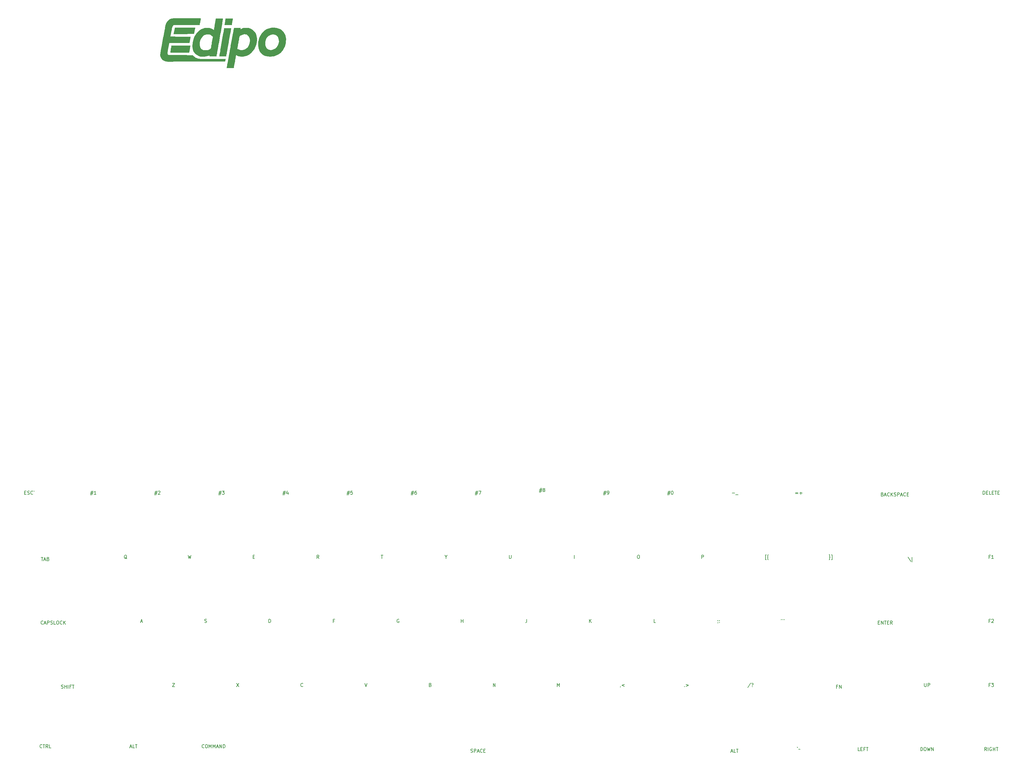
<source format=gbr>
G04 #@! TF.GenerationSoftware,KiCad,Pcbnew,9.0.3*
G04 #@! TF.CreationDate,2025-08-18T15:49:34-07:00*
G04 #@! TF.ProjectId,PCB-Keyboard-EDIPO-ALPS,5043422d-4b65-4796-926f-6172642d4544,rev?*
G04 #@! TF.SameCoordinates,Original*
G04 #@! TF.FileFunction,Legend,Top*
G04 #@! TF.FilePolarity,Positive*
%FSLAX46Y46*%
G04 Gerber Fmt 4.6, Leading zero omitted, Abs format (unit mm)*
G04 Created by KiCad (PCBNEW 9.0.3) date 2025-08-18 15:49:34*
%MOMM*%
%LPD*%
G01*
G04 APERTURE LIST*
%ADD10C,0.150000*%
%ADD11C,0.000000*%
G04 APERTURE END LIST*
D10*
X77276343Y-125791214D02*
X77419200Y-125838833D01*
X77419200Y-125838833D02*
X77657295Y-125838833D01*
X77657295Y-125838833D02*
X77752533Y-125791214D01*
X77752533Y-125791214D02*
X77800152Y-125743594D01*
X77800152Y-125743594D02*
X77847771Y-125648356D01*
X77847771Y-125648356D02*
X77847771Y-125553118D01*
X77847771Y-125553118D02*
X77800152Y-125457880D01*
X77800152Y-125457880D02*
X77752533Y-125410261D01*
X77752533Y-125410261D02*
X77657295Y-125362642D01*
X77657295Y-125362642D02*
X77466819Y-125315023D01*
X77466819Y-125315023D02*
X77371581Y-125267404D01*
X77371581Y-125267404D02*
X77323962Y-125219785D01*
X77323962Y-125219785D02*
X77276343Y-125124547D01*
X77276343Y-125124547D02*
X77276343Y-125029309D01*
X77276343Y-125029309D02*
X77323962Y-124934071D01*
X77323962Y-124934071D02*
X77371581Y-124886452D01*
X77371581Y-124886452D02*
X77466819Y-124838833D01*
X77466819Y-124838833D02*
X77704914Y-124838833D01*
X77704914Y-124838833D02*
X77847771Y-124886452D01*
X78276343Y-125838833D02*
X78276343Y-124838833D01*
X78276343Y-125315023D02*
X78847771Y-125315023D01*
X78847771Y-125838833D02*
X78847771Y-124838833D01*
X79323962Y-125838833D02*
X79323962Y-124838833D01*
X80133485Y-125315023D02*
X79800152Y-125315023D01*
X79800152Y-125838833D02*
X79800152Y-124838833D01*
X79800152Y-124838833D02*
X80276342Y-124838833D01*
X80514438Y-124838833D02*
X81085866Y-124838833D01*
X80800152Y-125838833D02*
X80800152Y-124838833D01*
X353168902Y-124815023D02*
X352835569Y-124815023D01*
X352835569Y-125338833D02*
X352835569Y-124338833D01*
X352835569Y-124338833D02*
X353311759Y-124338833D01*
X353597474Y-124338833D02*
X354216521Y-124338833D01*
X354216521Y-124338833D02*
X353883188Y-124719785D01*
X353883188Y-124719785D02*
X354026045Y-124719785D01*
X354026045Y-124719785D02*
X354121283Y-124767404D01*
X354121283Y-124767404D02*
X354168902Y-124815023D01*
X354168902Y-124815023D02*
X354216521Y-124910261D01*
X354216521Y-124910261D02*
X354216521Y-125148356D01*
X354216521Y-125148356D02*
X354168902Y-125243594D01*
X354168902Y-125243594D02*
X354121283Y-125291214D01*
X354121283Y-125291214D02*
X354026045Y-125338833D01*
X354026045Y-125338833D02*
X353740331Y-125338833D01*
X353740331Y-125338833D02*
X353645093Y-125291214D01*
X353645093Y-125291214D02*
X353597474Y-125243594D01*
X167431403Y-124338833D02*
X167764736Y-125338833D01*
X167764736Y-125338833D02*
X168098069Y-124338833D01*
X96708188Y-87334071D02*
X96612950Y-87286452D01*
X96612950Y-87286452D02*
X96517712Y-87191214D01*
X96517712Y-87191214D02*
X96374855Y-87048356D01*
X96374855Y-87048356D02*
X96279617Y-87000737D01*
X96279617Y-87000737D02*
X96184379Y-87000737D01*
X96231998Y-87238833D02*
X96136760Y-87191214D01*
X96136760Y-87191214D02*
X96041522Y-87095975D01*
X96041522Y-87095975D02*
X95993903Y-86905499D01*
X95993903Y-86905499D02*
X95993903Y-86572166D01*
X95993903Y-86572166D02*
X96041522Y-86381690D01*
X96041522Y-86381690D02*
X96136760Y-86286452D01*
X96136760Y-86286452D02*
X96231998Y-86238833D01*
X96231998Y-86238833D02*
X96422474Y-86238833D01*
X96422474Y-86238833D02*
X96517712Y-86286452D01*
X96517712Y-86286452D02*
X96612950Y-86381690D01*
X96612950Y-86381690D02*
X96660569Y-86572166D01*
X96660569Y-86572166D02*
X96660569Y-86905499D01*
X96660569Y-86905499D02*
X96612950Y-87095975D01*
X96612950Y-87095975D02*
X96517712Y-87191214D01*
X96517712Y-87191214D02*
X96422474Y-87238833D01*
X96422474Y-87238833D02*
X96231998Y-87238833D01*
X158382593Y-105765023D02*
X158049260Y-105765023D01*
X158049260Y-106288833D02*
X158049260Y-105288833D01*
X158049260Y-105288833D02*
X158525450Y-105288833D01*
X129331403Y-124338833D02*
X129998069Y-125338833D01*
X129998069Y-124338833D02*
X129331403Y-125338833D01*
X243393308Y-125291214D02*
X243393308Y-125338833D01*
X243393308Y-125338833D02*
X243345689Y-125434071D01*
X243345689Y-125434071D02*
X243298070Y-125481690D01*
X244583784Y-124672166D02*
X243821879Y-124957880D01*
X243821879Y-124957880D02*
X244583784Y-125243594D01*
X149024259Y-125243594D02*
X148976640Y-125291214D01*
X148976640Y-125291214D02*
X148833783Y-125338833D01*
X148833783Y-125338833D02*
X148738545Y-125338833D01*
X148738545Y-125338833D02*
X148595688Y-125291214D01*
X148595688Y-125291214D02*
X148500450Y-125195975D01*
X148500450Y-125195975D02*
X148452831Y-125100737D01*
X148452831Y-125100737D02*
X148405212Y-124910261D01*
X148405212Y-124910261D02*
X148405212Y-124767404D01*
X148405212Y-124767404D02*
X148452831Y-124576928D01*
X148452831Y-124576928D02*
X148500450Y-124481690D01*
X148500450Y-124481690D02*
X148595688Y-124386452D01*
X148595688Y-124386452D02*
X148738545Y-124338833D01*
X148738545Y-124338833D02*
X148833783Y-124338833D01*
X148833783Y-124338833D02*
X148976640Y-124386452D01*
X148976640Y-124386452D02*
X149024259Y-124434071D01*
X333666522Y-124338833D02*
X333666522Y-125148356D01*
X333666522Y-125148356D02*
X333714141Y-125243594D01*
X333714141Y-125243594D02*
X333761760Y-125291214D01*
X333761760Y-125291214D02*
X333856998Y-125338833D01*
X333856998Y-125338833D02*
X334047474Y-125338833D01*
X334047474Y-125338833D02*
X334142712Y-125291214D01*
X334142712Y-125291214D02*
X334190331Y-125243594D01*
X334190331Y-125243594D02*
X334237950Y-125148356D01*
X334237950Y-125148356D02*
X334237950Y-124338833D01*
X334714141Y-125338833D02*
X334714141Y-124338833D01*
X334714141Y-124338833D02*
X335095093Y-124338833D01*
X335095093Y-124338833D02*
X335190331Y-124386452D01*
X335190331Y-124386452D02*
X335237950Y-124434071D01*
X335237950Y-124434071D02*
X335285569Y-124529309D01*
X335285569Y-124529309D02*
X335285569Y-124672166D01*
X335285569Y-124672166D02*
X335237950Y-124767404D01*
X335237950Y-124767404D02*
X335190331Y-124815023D01*
X335190331Y-124815023D02*
X335095093Y-124862642D01*
X335095093Y-124862642D02*
X334714141Y-124862642D01*
X314449854Y-144388833D02*
X313973664Y-144388833D01*
X313973664Y-144388833D02*
X313973664Y-143388833D01*
X314783188Y-143865023D02*
X315116521Y-143865023D01*
X315259378Y-144388833D02*
X314783188Y-144388833D01*
X314783188Y-144388833D02*
X314783188Y-143388833D01*
X314783188Y-143388833D02*
X315259378Y-143388833D01*
X316021283Y-143865023D02*
X315687950Y-143865023D01*
X315687950Y-144388833D02*
X315687950Y-143388833D01*
X315687950Y-143388833D02*
X316164140Y-143388833D01*
X316402236Y-143388833D02*
X316973664Y-143388833D01*
X316687950Y-144388833D02*
X316687950Y-143388833D01*
X229677236Y-87238833D02*
X229677236Y-86238833D01*
X219351786Y-66734402D02*
X220066071Y-66734402D01*
X219637500Y-66305830D02*
X219351786Y-67591545D01*
X219970833Y-67162973D02*
X219256548Y-67162973D01*
X219685119Y-67591545D02*
X219970833Y-66305830D01*
X220542262Y-66829640D02*
X220447024Y-66782021D01*
X220447024Y-66782021D02*
X220399405Y-66734402D01*
X220399405Y-66734402D02*
X220351786Y-66639164D01*
X220351786Y-66639164D02*
X220351786Y-66591545D01*
X220351786Y-66591545D02*
X220399405Y-66496307D01*
X220399405Y-66496307D02*
X220447024Y-66448688D01*
X220447024Y-66448688D02*
X220542262Y-66401069D01*
X220542262Y-66401069D02*
X220732738Y-66401069D01*
X220732738Y-66401069D02*
X220827976Y-66448688D01*
X220827976Y-66448688D02*
X220875595Y-66496307D01*
X220875595Y-66496307D02*
X220923214Y-66591545D01*
X220923214Y-66591545D02*
X220923214Y-66639164D01*
X220923214Y-66639164D02*
X220875595Y-66734402D01*
X220875595Y-66734402D02*
X220827976Y-66782021D01*
X220827976Y-66782021D02*
X220732738Y-66829640D01*
X220732738Y-66829640D02*
X220542262Y-66829640D01*
X220542262Y-66829640D02*
X220447024Y-66877259D01*
X220447024Y-66877259D02*
X220399405Y-66924878D01*
X220399405Y-66924878D02*
X220351786Y-67020116D01*
X220351786Y-67020116D02*
X220351786Y-67210592D01*
X220351786Y-67210592D02*
X220399405Y-67305830D01*
X220399405Y-67305830D02*
X220447024Y-67353450D01*
X220447024Y-67353450D02*
X220542262Y-67401069D01*
X220542262Y-67401069D02*
X220732738Y-67401069D01*
X220732738Y-67401069D02*
X220827976Y-67353450D01*
X220827976Y-67353450D02*
X220875595Y-67305830D01*
X220875595Y-67305830D02*
X220923214Y-67210592D01*
X220923214Y-67210592D02*
X220923214Y-67020116D01*
X220923214Y-67020116D02*
X220875595Y-66924878D01*
X220875595Y-66924878D02*
X220827976Y-66877259D01*
X220827976Y-66877259D02*
X220732738Y-66829640D01*
X305353426Y-87619785D02*
X305401045Y-87619785D01*
X305401045Y-87619785D02*
X305496283Y-87572166D01*
X305496283Y-87572166D02*
X305543902Y-87476928D01*
X305543902Y-87476928D02*
X305543902Y-87000737D01*
X305543902Y-87000737D02*
X305591521Y-86905499D01*
X305591521Y-86905499D02*
X305686759Y-86857880D01*
X305686759Y-86857880D02*
X305591521Y-86810261D01*
X305591521Y-86810261D02*
X305543902Y-86715023D01*
X305543902Y-86715023D02*
X305543902Y-86238833D01*
X305543902Y-86238833D02*
X305496283Y-86143594D01*
X305496283Y-86143594D02*
X305401045Y-86095975D01*
X305401045Y-86095975D02*
X305353426Y-86095975D01*
X306020093Y-87572166D02*
X306258188Y-87572166D01*
X306258188Y-87572166D02*
X306258188Y-86143594D01*
X306258188Y-86143594D02*
X306020093Y-86143594D01*
X276540331Y-67807880D02*
X277302236Y-67807880D01*
X277540331Y-68284071D02*
X278302235Y-68284071D01*
X162216522Y-67522166D02*
X162930807Y-67522166D01*
X162502236Y-67093594D02*
X162216522Y-68379309D01*
X162835569Y-67950737D02*
X162121284Y-67950737D01*
X162549855Y-68379309D02*
X162835569Y-67093594D01*
X163740331Y-67188833D02*
X163264141Y-67188833D01*
X163264141Y-67188833D02*
X163216522Y-67665023D01*
X163216522Y-67665023D02*
X163264141Y-67617404D01*
X163264141Y-67617404D02*
X163359379Y-67569785D01*
X163359379Y-67569785D02*
X163597474Y-67569785D01*
X163597474Y-67569785D02*
X163692712Y-67617404D01*
X163692712Y-67617404D02*
X163740331Y-67665023D01*
X163740331Y-67665023D02*
X163787950Y-67760261D01*
X163787950Y-67760261D02*
X163787950Y-67998356D01*
X163787950Y-67998356D02*
X163740331Y-68093594D01*
X163740331Y-68093594D02*
X163692712Y-68141214D01*
X163692712Y-68141214D02*
X163597474Y-68188833D01*
X163597474Y-68188833D02*
X163359379Y-68188833D01*
X163359379Y-68188833D02*
X163264141Y-68141214D01*
X163264141Y-68141214D02*
X163216522Y-68093594D01*
X332571284Y-144388833D02*
X332571284Y-143388833D01*
X332571284Y-143388833D02*
X332809379Y-143388833D01*
X332809379Y-143388833D02*
X332952236Y-143436452D01*
X332952236Y-143436452D02*
X333047474Y-143531690D01*
X333047474Y-143531690D02*
X333095093Y-143626928D01*
X333095093Y-143626928D02*
X333142712Y-143817404D01*
X333142712Y-143817404D02*
X333142712Y-143960261D01*
X333142712Y-143960261D02*
X333095093Y-144150737D01*
X333095093Y-144150737D02*
X333047474Y-144245975D01*
X333047474Y-144245975D02*
X332952236Y-144341214D01*
X332952236Y-144341214D02*
X332809379Y-144388833D01*
X332809379Y-144388833D02*
X332571284Y-144388833D01*
X333761760Y-143388833D02*
X333952236Y-143388833D01*
X333952236Y-143388833D02*
X334047474Y-143436452D01*
X334047474Y-143436452D02*
X334142712Y-143531690D01*
X334142712Y-143531690D02*
X334190331Y-143722166D01*
X334190331Y-143722166D02*
X334190331Y-144055499D01*
X334190331Y-144055499D02*
X334142712Y-144245975D01*
X334142712Y-144245975D02*
X334047474Y-144341214D01*
X334047474Y-144341214D02*
X333952236Y-144388833D01*
X333952236Y-144388833D02*
X333761760Y-144388833D01*
X333761760Y-144388833D02*
X333666522Y-144341214D01*
X333666522Y-144341214D02*
X333571284Y-144245975D01*
X333571284Y-144245975D02*
X333523665Y-144055499D01*
X333523665Y-144055499D02*
X333523665Y-143722166D01*
X333523665Y-143722166D02*
X333571284Y-143531690D01*
X333571284Y-143531690D02*
X333666522Y-143436452D01*
X333666522Y-143436452D02*
X333761760Y-143388833D01*
X334523665Y-143388833D02*
X334761760Y-144388833D01*
X334761760Y-144388833D02*
X334952236Y-143674547D01*
X334952236Y-143674547D02*
X335142712Y-144388833D01*
X335142712Y-144388833D02*
X335380808Y-143388833D01*
X335761760Y-144388833D02*
X335761760Y-143388833D01*
X335761760Y-143388833D02*
X336333188Y-144388833D01*
X336333188Y-144388833D02*
X336333188Y-143388833D01*
X97659676Y-143250618D02*
X98135866Y-143250618D01*
X97564438Y-143536333D02*
X97897771Y-142536333D01*
X97897771Y-142536333D02*
X98231104Y-143536333D01*
X99040628Y-143536333D02*
X98564438Y-143536333D01*
X98564438Y-143536333D02*
X98564438Y-142536333D01*
X99231105Y-142536333D02*
X99802533Y-142536333D01*
X99516819Y-143536333D02*
X99516819Y-142536333D01*
X353168902Y-86715023D02*
X352835569Y-86715023D01*
X352835569Y-87238833D02*
X352835569Y-86238833D01*
X352835569Y-86238833D02*
X353311759Y-86238833D01*
X354216521Y-87238833D02*
X353645093Y-87238833D01*
X353930807Y-87238833D02*
X353930807Y-86238833D01*
X353930807Y-86238833D02*
X353835569Y-86381690D01*
X353835569Y-86381690D02*
X353740331Y-86476928D01*
X353740331Y-86476928D02*
X353645093Y-86524547D01*
X238416522Y-67522166D02*
X239130807Y-67522166D01*
X238702236Y-67093594D02*
X238416522Y-68379309D01*
X239035569Y-67950737D02*
X238321284Y-67950737D01*
X238749855Y-68379309D02*
X239035569Y-67093594D01*
X239511760Y-68188833D02*
X239702236Y-68188833D01*
X239702236Y-68188833D02*
X239797474Y-68141214D01*
X239797474Y-68141214D02*
X239845093Y-68093594D01*
X239845093Y-68093594D02*
X239940331Y-67950737D01*
X239940331Y-67950737D02*
X239987950Y-67760261D01*
X239987950Y-67760261D02*
X239987950Y-67379309D01*
X239987950Y-67379309D02*
X239940331Y-67284071D01*
X239940331Y-67284071D02*
X239892712Y-67236452D01*
X239892712Y-67236452D02*
X239797474Y-67188833D01*
X239797474Y-67188833D02*
X239606998Y-67188833D01*
X239606998Y-67188833D02*
X239511760Y-67236452D01*
X239511760Y-67236452D02*
X239464141Y-67284071D01*
X239464141Y-67284071D02*
X239416522Y-67379309D01*
X239416522Y-67379309D02*
X239416522Y-67617404D01*
X239416522Y-67617404D02*
X239464141Y-67712642D01*
X239464141Y-67712642D02*
X239511760Y-67760261D01*
X239511760Y-67760261D02*
X239606998Y-67807880D01*
X239606998Y-67807880D02*
X239797474Y-67807880D01*
X239797474Y-67807880D02*
X239892712Y-67760261D01*
X239892712Y-67760261D02*
X239940331Y-67712642D01*
X239940331Y-67712642D02*
X239987950Y-67617404D01*
X71847176Y-106693594D02*
X71799557Y-106741214D01*
X71799557Y-106741214D02*
X71656700Y-106788833D01*
X71656700Y-106788833D02*
X71561462Y-106788833D01*
X71561462Y-106788833D02*
X71418605Y-106741214D01*
X71418605Y-106741214D02*
X71323367Y-106645975D01*
X71323367Y-106645975D02*
X71275748Y-106550737D01*
X71275748Y-106550737D02*
X71228129Y-106360261D01*
X71228129Y-106360261D02*
X71228129Y-106217404D01*
X71228129Y-106217404D02*
X71275748Y-106026928D01*
X71275748Y-106026928D02*
X71323367Y-105931690D01*
X71323367Y-105931690D02*
X71418605Y-105836452D01*
X71418605Y-105836452D02*
X71561462Y-105788833D01*
X71561462Y-105788833D02*
X71656700Y-105788833D01*
X71656700Y-105788833D02*
X71799557Y-105836452D01*
X71799557Y-105836452D02*
X71847176Y-105884071D01*
X72228129Y-106503118D02*
X72704319Y-106503118D01*
X72132891Y-106788833D02*
X72466224Y-105788833D01*
X72466224Y-105788833D02*
X72799557Y-106788833D01*
X73132891Y-106788833D02*
X73132891Y-105788833D01*
X73132891Y-105788833D02*
X73513843Y-105788833D01*
X73513843Y-105788833D02*
X73609081Y-105836452D01*
X73609081Y-105836452D02*
X73656700Y-105884071D01*
X73656700Y-105884071D02*
X73704319Y-105979309D01*
X73704319Y-105979309D02*
X73704319Y-106122166D01*
X73704319Y-106122166D02*
X73656700Y-106217404D01*
X73656700Y-106217404D02*
X73609081Y-106265023D01*
X73609081Y-106265023D02*
X73513843Y-106312642D01*
X73513843Y-106312642D02*
X73132891Y-106312642D01*
X74085272Y-106741214D02*
X74228129Y-106788833D01*
X74228129Y-106788833D02*
X74466224Y-106788833D01*
X74466224Y-106788833D02*
X74561462Y-106741214D01*
X74561462Y-106741214D02*
X74609081Y-106693594D01*
X74609081Y-106693594D02*
X74656700Y-106598356D01*
X74656700Y-106598356D02*
X74656700Y-106503118D01*
X74656700Y-106503118D02*
X74609081Y-106407880D01*
X74609081Y-106407880D02*
X74561462Y-106360261D01*
X74561462Y-106360261D02*
X74466224Y-106312642D01*
X74466224Y-106312642D02*
X74275748Y-106265023D01*
X74275748Y-106265023D02*
X74180510Y-106217404D01*
X74180510Y-106217404D02*
X74132891Y-106169785D01*
X74132891Y-106169785D02*
X74085272Y-106074547D01*
X74085272Y-106074547D02*
X74085272Y-105979309D01*
X74085272Y-105979309D02*
X74132891Y-105884071D01*
X74132891Y-105884071D02*
X74180510Y-105836452D01*
X74180510Y-105836452D02*
X74275748Y-105788833D01*
X74275748Y-105788833D02*
X74513843Y-105788833D01*
X74513843Y-105788833D02*
X74656700Y-105836452D01*
X75561462Y-106788833D02*
X75085272Y-106788833D01*
X75085272Y-106788833D02*
X75085272Y-105788833D01*
X76085272Y-105788833D02*
X76275748Y-105788833D01*
X76275748Y-105788833D02*
X76370986Y-105836452D01*
X76370986Y-105836452D02*
X76466224Y-105931690D01*
X76466224Y-105931690D02*
X76513843Y-106122166D01*
X76513843Y-106122166D02*
X76513843Y-106455499D01*
X76513843Y-106455499D02*
X76466224Y-106645975D01*
X76466224Y-106645975D02*
X76370986Y-106741214D01*
X76370986Y-106741214D02*
X76275748Y-106788833D01*
X76275748Y-106788833D02*
X76085272Y-106788833D01*
X76085272Y-106788833D02*
X75990034Y-106741214D01*
X75990034Y-106741214D02*
X75894796Y-106645975D01*
X75894796Y-106645975D02*
X75847177Y-106455499D01*
X75847177Y-106455499D02*
X75847177Y-106122166D01*
X75847177Y-106122166D02*
X75894796Y-105931690D01*
X75894796Y-105931690D02*
X75990034Y-105836452D01*
X75990034Y-105836452D02*
X76085272Y-105788833D01*
X77513843Y-106693594D02*
X77466224Y-106741214D01*
X77466224Y-106741214D02*
X77323367Y-106788833D01*
X77323367Y-106788833D02*
X77228129Y-106788833D01*
X77228129Y-106788833D02*
X77085272Y-106741214D01*
X77085272Y-106741214D02*
X76990034Y-106645975D01*
X76990034Y-106645975D02*
X76942415Y-106550737D01*
X76942415Y-106550737D02*
X76894796Y-106360261D01*
X76894796Y-106360261D02*
X76894796Y-106217404D01*
X76894796Y-106217404D02*
X76942415Y-106026928D01*
X76942415Y-106026928D02*
X76990034Y-105931690D01*
X76990034Y-105931690D02*
X77085272Y-105836452D01*
X77085272Y-105836452D02*
X77228129Y-105788833D01*
X77228129Y-105788833D02*
X77323367Y-105788833D01*
X77323367Y-105788833D02*
X77466224Y-105836452D01*
X77466224Y-105836452D02*
X77513843Y-105884071D01*
X77942415Y-106788833D02*
X77942415Y-105788833D01*
X78513843Y-106788833D02*
X78085272Y-106217404D01*
X78513843Y-105788833D02*
X77942415Y-106360261D01*
X215532593Y-105288833D02*
X215532593Y-106003118D01*
X215532593Y-106003118D02*
X215484974Y-106145975D01*
X215484974Y-106145975D02*
X215389736Y-106241214D01*
X215389736Y-106241214D02*
X215246879Y-106288833D01*
X215246879Y-106288833D02*
X215151641Y-106288833D01*
X352168902Y-144388833D02*
X351835569Y-143912642D01*
X351597474Y-144388833D02*
X351597474Y-143388833D01*
X351597474Y-143388833D02*
X351978426Y-143388833D01*
X351978426Y-143388833D02*
X352073664Y-143436452D01*
X352073664Y-143436452D02*
X352121283Y-143484071D01*
X352121283Y-143484071D02*
X352168902Y-143579309D01*
X352168902Y-143579309D02*
X352168902Y-143722166D01*
X352168902Y-143722166D02*
X352121283Y-143817404D01*
X352121283Y-143817404D02*
X352073664Y-143865023D01*
X352073664Y-143865023D02*
X351978426Y-143912642D01*
X351978426Y-143912642D02*
X351597474Y-143912642D01*
X352597474Y-144388833D02*
X352597474Y-143388833D01*
X353597473Y-143436452D02*
X353502235Y-143388833D01*
X353502235Y-143388833D02*
X353359378Y-143388833D01*
X353359378Y-143388833D02*
X353216521Y-143436452D01*
X353216521Y-143436452D02*
X353121283Y-143531690D01*
X353121283Y-143531690D02*
X353073664Y-143626928D01*
X353073664Y-143626928D02*
X353026045Y-143817404D01*
X353026045Y-143817404D02*
X353026045Y-143960261D01*
X353026045Y-143960261D02*
X353073664Y-144150737D01*
X353073664Y-144150737D02*
X353121283Y-144245975D01*
X353121283Y-144245975D02*
X353216521Y-144341214D01*
X353216521Y-144341214D02*
X353359378Y-144388833D01*
X353359378Y-144388833D02*
X353454616Y-144388833D01*
X353454616Y-144388833D02*
X353597473Y-144341214D01*
X353597473Y-144341214D02*
X353645092Y-144293594D01*
X353645092Y-144293594D02*
X353645092Y-143960261D01*
X353645092Y-143960261D02*
X353454616Y-143960261D01*
X354073664Y-144388833D02*
X354073664Y-143388833D01*
X354073664Y-143865023D02*
X354645092Y-143865023D01*
X354645092Y-144388833D02*
X354645092Y-143388833D01*
X354978426Y-143388833D02*
X355549854Y-143388833D01*
X355264140Y-144388833D02*
X355264140Y-143388833D01*
X71523809Y-143444580D02*
X71476190Y-143492200D01*
X71476190Y-143492200D02*
X71333333Y-143539819D01*
X71333333Y-143539819D02*
X71238095Y-143539819D01*
X71238095Y-143539819D02*
X71095238Y-143492200D01*
X71095238Y-143492200D02*
X71000000Y-143396961D01*
X71000000Y-143396961D02*
X70952381Y-143301723D01*
X70952381Y-143301723D02*
X70904762Y-143111247D01*
X70904762Y-143111247D02*
X70904762Y-142968390D01*
X70904762Y-142968390D02*
X70952381Y-142777914D01*
X70952381Y-142777914D02*
X71000000Y-142682676D01*
X71000000Y-142682676D02*
X71095238Y-142587438D01*
X71095238Y-142587438D02*
X71238095Y-142539819D01*
X71238095Y-142539819D02*
X71333333Y-142539819D01*
X71333333Y-142539819D02*
X71476190Y-142587438D01*
X71476190Y-142587438D02*
X71523809Y-142635057D01*
X71809524Y-142539819D02*
X72380952Y-142539819D01*
X72095238Y-143539819D02*
X72095238Y-142539819D01*
X73285714Y-143539819D02*
X72952381Y-143063628D01*
X72714286Y-143539819D02*
X72714286Y-142539819D01*
X72714286Y-142539819D02*
X73095238Y-142539819D01*
X73095238Y-142539819D02*
X73190476Y-142587438D01*
X73190476Y-142587438D02*
X73238095Y-142635057D01*
X73238095Y-142635057D02*
X73285714Y-142730295D01*
X73285714Y-142730295D02*
X73285714Y-142873152D01*
X73285714Y-142873152D02*
X73238095Y-142968390D01*
X73238095Y-142968390D02*
X73190476Y-143016009D01*
X73190476Y-143016009D02*
X73095238Y-143063628D01*
X73095238Y-143063628D02*
X72714286Y-143063628D01*
X74190476Y-143539819D02*
X73714286Y-143539819D01*
X73714286Y-143539819D02*
X73714286Y-142539819D01*
X200316522Y-67522166D02*
X201030807Y-67522166D01*
X200602236Y-67093594D02*
X200316522Y-68379309D01*
X200935569Y-67950737D02*
X200221284Y-67950737D01*
X200649855Y-68379309D02*
X200935569Y-67093594D01*
X201268903Y-67188833D02*
X201935569Y-67188833D01*
X201935569Y-67188833D02*
X201506998Y-68188833D01*
X257466522Y-67522166D02*
X258180807Y-67522166D01*
X257752236Y-67093594D02*
X257466522Y-68379309D01*
X258085569Y-67950737D02*
X257371284Y-67950737D01*
X257799855Y-68379309D02*
X258085569Y-67093594D01*
X258704617Y-67188833D02*
X258799855Y-67188833D01*
X258799855Y-67188833D02*
X258895093Y-67236452D01*
X258895093Y-67236452D02*
X258942712Y-67284071D01*
X258942712Y-67284071D02*
X258990331Y-67379309D01*
X258990331Y-67379309D02*
X259037950Y-67569785D01*
X259037950Y-67569785D02*
X259037950Y-67807880D01*
X259037950Y-67807880D02*
X258990331Y-67998356D01*
X258990331Y-67998356D02*
X258942712Y-68093594D01*
X258942712Y-68093594D02*
X258895093Y-68141214D01*
X258895093Y-68141214D02*
X258799855Y-68188833D01*
X258799855Y-68188833D02*
X258704617Y-68188833D01*
X258704617Y-68188833D02*
X258609379Y-68141214D01*
X258609379Y-68141214D02*
X258561760Y-68093594D01*
X258561760Y-68093594D02*
X258514141Y-67998356D01*
X258514141Y-67998356D02*
X258466522Y-67807880D01*
X258466522Y-67807880D02*
X258466522Y-67569785D01*
X258466522Y-67569785D02*
X258514141Y-67379309D01*
X258514141Y-67379309D02*
X258561760Y-67284071D01*
X258561760Y-67284071D02*
X258609379Y-67236452D01*
X258609379Y-67236452D02*
X258704617Y-67188833D01*
X351097474Y-68188833D02*
X351097474Y-67188833D01*
X351097474Y-67188833D02*
X351335569Y-67188833D01*
X351335569Y-67188833D02*
X351478426Y-67236452D01*
X351478426Y-67236452D02*
X351573664Y-67331690D01*
X351573664Y-67331690D02*
X351621283Y-67426928D01*
X351621283Y-67426928D02*
X351668902Y-67617404D01*
X351668902Y-67617404D02*
X351668902Y-67760261D01*
X351668902Y-67760261D02*
X351621283Y-67950737D01*
X351621283Y-67950737D02*
X351573664Y-68045975D01*
X351573664Y-68045975D02*
X351478426Y-68141214D01*
X351478426Y-68141214D02*
X351335569Y-68188833D01*
X351335569Y-68188833D02*
X351097474Y-68188833D01*
X352097474Y-67665023D02*
X352430807Y-67665023D01*
X352573664Y-68188833D02*
X352097474Y-68188833D01*
X352097474Y-68188833D02*
X352097474Y-67188833D01*
X352097474Y-67188833D02*
X352573664Y-67188833D01*
X353478426Y-68188833D02*
X353002236Y-68188833D01*
X353002236Y-68188833D02*
X353002236Y-67188833D01*
X353811760Y-67665023D02*
X354145093Y-67665023D01*
X354287950Y-68188833D02*
X353811760Y-68188833D01*
X353811760Y-68188833D02*
X353811760Y-67188833D01*
X353811760Y-67188833D02*
X354287950Y-67188833D01*
X354573665Y-67188833D02*
X355145093Y-67188833D01*
X354859379Y-68188833D02*
X354859379Y-67188833D01*
X355478427Y-67665023D02*
X355811760Y-67665023D01*
X355954617Y-68188833D02*
X355478427Y-68188833D01*
X355478427Y-68188833D02*
X355478427Y-67188833D01*
X355478427Y-67188833D02*
X355954617Y-67188833D01*
X124116522Y-67522166D02*
X124830807Y-67522166D01*
X124402236Y-67093594D02*
X124116522Y-68379309D01*
X124735569Y-67950737D02*
X124021284Y-67950737D01*
X124449855Y-68379309D02*
X124735569Y-67093594D01*
X125068903Y-67188833D02*
X125687950Y-67188833D01*
X125687950Y-67188833D02*
X125354617Y-67569785D01*
X125354617Y-67569785D02*
X125497474Y-67569785D01*
X125497474Y-67569785D02*
X125592712Y-67617404D01*
X125592712Y-67617404D02*
X125640331Y-67665023D01*
X125640331Y-67665023D02*
X125687950Y-67760261D01*
X125687950Y-67760261D02*
X125687950Y-67998356D01*
X125687950Y-67998356D02*
X125640331Y-68093594D01*
X125640331Y-68093594D02*
X125592712Y-68141214D01*
X125592712Y-68141214D02*
X125497474Y-68188833D01*
X125497474Y-68188833D02*
X125211760Y-68188833D01*
X125211760Y-68188833D02*
X125116522Y-68141214D01*
X125116522Y-68141214D02*
X125068903Y-68093594D01*
X224581403Y-125338833D02*
X224581403Y-124338833D01*
X224581403Y-124338833D02*
X224914736Y-125053118D01*
X224914736Y-125053118D02*
X225248069Y-124338833D01*
X225248069Y-124338833D02*
X225248069Y-125338833D01*
X319949557Y-106265023D02*
X320282890Y-106265023D01*
X320425747Y-106788833D02*
X319949557Y-106788833D01*
X319949557Y-106788833D02*
X319949557Y-105788833D01*
X319949557Y-105788833D02*
X320425747Y-105788833D01*
X320854319Y-106788833D02*
X320854319Y-105788833D01*
X320854319Y-105788833D02*
X321425747Y-106788833D01*
X321425747Y-106788833D02*
X321425747Y-105788833D01*
X321759081Y-105788833D02*
X322330509Y-105788833D01*
X322044795Y-106788833D02*
X322044795Y-105788833D01*
X322663843Y-106265023D02*
X322997176Y-106265023D01*
X323140033Y-106788833D02*
X322663843Y-106788833D01*
X322663843Y-106788833D02*
X322663843Y-105788833D01*
X322663843Y-105788833D02*
X323140033Y-105788833D01*
X324140033Y-106788833D02*
X323806700Y-106312642D01*
X323568605Y-106788833D02*
X323568605Y-105788833D01*
X323568605Y-105788833D02*
X323949557Y-105788833D01*
X323949557Y-105788833D02*
X324044795Y-105836452D01*
X324044795Y-105836452D02*
X324092414Y-105884071D01*
X324092414Y-105884071D02*
X324140033Y-105979309D01*
X324140033Y-105979309D02*
X324140033Y-106122166D01*
X324140033Y-106122166D02*
X324092414Y-106217404D01*
X324092414Y-106217404D02*
X324044795Y-106265023D01*
X324044795Y-106265023D02*
X323949557Y-106312642D01*
X323949557Y-106312642D02*
X323568605Y-106312642D01*
X272349260Y-106241214D02*
X272349260Y-106288833D01*
X272349260Y-106288833D02*
X272301641Y-106384071D01*
X272301641Y-106384071D02*
X272254022Y-106431690D01*
X272301641Y-105669785D02*
X272349260Y-105717404D01*
X272349260Y-105717404D02*
X272301641Y-105765023D01*
X272301641Y-105765023D02*
X272254022Y-105717404D01*
X272254022Y-105717404D02*
X272301641Y-105669785D01*
X272301641Y-105669785D02*
X272301641Y-105765023D01*
X272777831Y-106193594D02*
X272825450Y-106241214D01*
X272825450Y-106241214D02*
X272777831Y-106288833D01*
X272777831Y-106288833D02*
X272730212Y-106241214D01*
X272730212Y-106241214D02*
X272777831Y-106193594D01*
X272777831Y-106193594D02*
X272777831Y-106288833D01*
X272777831Y-105669785D02*
X272825450Y-105717404D01*
X272825450Y-105717404D02*
X272777831Y-105765023D01*
X272777831Y-105765023D02*
X272730212Y-105717404D01*
X272730212Y-105717404D02*
X272777831Y-105669785D01*
X272777831Y-105669785D02*
X272777831Y-105765023D01*
X286684378Y-87572166D02*
X286446283Y-87572166D01*
X286446283Y-87572166D02*
X286446283Y-86143594D01*
X286446283Y-86143594D02*
X286684378Y-86143594D01*
X287351045Y-87619785D02*
X287303426Y-87619785D01*
X287303426Y-87619785D02*
X287208188Y-87572166D01*
X287208188Y-87572166D02*
X287160569Y-87476928D01*
X287160569Y-87476928D02*
X287160569Y-87000737D01*
X287160569Y-87000737D02*
X287112950Y-86905499D01*
X287112950Y-86905499D02*
X287017712Y-86857880D01*
X287017712Y-86857880D02*
X287112950Y-86810261D01*
X287112950Y-86810261D02*
X287160569Y-86715023D01*
X287160569Y-86715023D02*
X287160569Y-86238833D01*
X287160569Y-86238833D02*
X287208188Y-86143594D01*
X287208188Y-86143594D02*
X287303426Y-86095975D01*
X287303426Y-86095975D02*
X287351045Y-86095975D01*
X295899855Y-143341214D02*
X296042712Y-143484071D01*
X296280807Y-144007880D02*
X296328426Y-143960261D01*
X296328426Y-143960261D02*
X296423664Y-143912642D01*
X296423664Y-143912642D02*
X296614140Y-144007880D01*
X296614140Y-144007880D02*
X296709378Y-143960261D01*
X296709378Y-143960261D02*
X296756997Y-143912642D01*
X328759973Y-86813594D02*
X329617116Y-88099309D01*
X329998069Y-88242166D02*
X329998069Y-86813594D01*
X119679076Y-143441094D02*
X119631457Y-143488714D01*
X119631457Y-143488714D02*
X119488600Y-143536333D01*
X119488600Y-143536333D02*
X119393362Y-143536333D01*
X119393362Y-143536333D02*
X119250505Y-143488714D01*
X119250505Y-143488714D02*
X119155267Y-143393475D01*
X119155267Y-143393475D02*
X119107648Y-143298237D01*
X119107648Y-143298237D02*
X119060029Y-143107761D01*
X119060029Y-143107761D02*
X119060029Y-142964904D01*
X119060029Y-142964904D02*
X119107648Y-142774428D01*
X119107648Y-142774428D02*
X119155267Y-142679190D01*
X119155267Y-142679190D02*
X119250505Y-142583952D01*
X119250505Y-142583952D02*
X119393362Y-142536333D01*
X119393362Y-142536333D02*
X119488600Y-142536333D01*
X119488600Y-142536333D02*
X119631457Y-142583952D01*
X119631457Y-142583952D02*
X119679076Y-142631571D01*
X120298124Y-142536333D02*
X120488600Y-142536333D01*
X120488600Y-142536333D02*
X120583838Y-142583952D01*
X120583838Y-142583952D02*
X120679076Y-142679190D01*
X120679076Y-142679190D02*
X120726695Y-142869666D01*
X120726695Y-142869666D02*
X120726695Y-143202999D01*
X120726695Y-143202999D02*
X120679076Y-143393475D01*
X120679076Y-143393475D02*
X120583838Y-143488714D01*
X120583838Y-143488714D02*
X120488600Y-143536333D01*
X120488600Y-143536333D02*
X120298124Y-143536333D01*
X120298124Y-143536333D02*
X120202886Y-143488714D01*
X120202886Y-143488714D02*
X120107648Y-143393475D01*
X120107648Y-143393475D02*
X120060029Y-143202999D01*
X120060029Y-143202999D02*
X120060029Y-142869666D01*
X120060029Y-142869666D02*
X120107648Y-142679190D01*
X120107648Y-142679190D02*
X120202886Y-142583952D01*
X120202886Y-142583952D02*
X120298124Y-142536333D01*
X121155267Y-143536333D02*
X121155267Y-142536333D01*
X121155267Y-142536333D02*
X121488600Y-143250618D01*
X121488600Y-143250618D02*
X121821933Y-142536333D01*
X121821933Y-142536333D02*
X121821933Y-143536333D01*
X122298124Y-143536333D02*
X122298124Y-142536333D01*
X122298124Y-142536333D02*
X122631457Y-143250618D01*
X122631457Y-143250618D02*
X122964790Y-142536333D01*
X122964790Y-142536333D02*
X122964790Y-143536333D01*
X123393362Y-143250618D02*
X123869552Y-143250618D01*
X123298124Y-143536333D02*
X123631457Y-142536333D01*
X123631457Y-142536333D02*
X123964790Y-143536333D01*
X124298124Y-143536333D02*
X124298124Y-142536333D01*
X124298124Y-142536333D02*
X124869552Y-143536333D01*
X124869552Y-143536333D02*
X124869552Y-142536333D01*
X125345743Y-143536333D02*
X125345743Y-142536333D01*
X125345743Y-142536333D02*
X125583838Y-142536333D01*
X125583838Y-142536333D02*
X125726695Y-142583952D01*
X125726695Y-142583952D02*
X125821933Y-142679190D01*
X125821933Y-142679190D02*
X125869552Y-142774428D01*
X125869552Y-142774428D02*
X125917171Y-142964904D01*
X125917171Y-142964904D02*
X125917171Y-143107761D01*
X125917171Y-143107761D02*
X125869552Y-143298237D01*
X125869552Y-143298237D02*
X125821933Y-143393475D01*
X125821933Y-143393475D02*
X125726695Y-143488714D01*
X125726695Y-143488714D02*
X125583838Y-143536333D01*
X125583838Y-143536333D02*
X125345743Y-143536333D01*
X119679076Y-143444580D02*
X119631457Y-143492200D01*
X119631457Y-143492200D02*
X119488600Y-143539819D01*
X119488600Y-143539819D02*
X119393362Y-143539819D01*
X119393362Y-143539819D02*
X119250505Y-143492200D01*
X119250505Y-143492200D02*
X119155267Y-143396961D01*
X119155267Y-143396961D02*
X119107648Y-143301723D01*
X119107648Y-143301723D02*
X119060029Y-143111247D01*
X119060029Y-143111247D02*
X119060029Y-142968390D01*
X119060029Y-142968390D02*
X119107648Y-142777914D01*
X119107648Y-142777914D02*
X119155267Y-142682676D01*
X119155267Y-142682676D02*
X119250505Y-142587438D01*
X119250505Y-142587438D02*
X119393362Y-142539819D01*
X119393362Y-142539819D02*
X119488600Y-142539819D01*
X119488600Y-142539819D02*
X119631457Y-142587438D01*
X119631457Y-142587438D02*
X119679076Y-142635057D01*
X120298124Y-142539819D02*
X120488600Y-142539819D01*
X120488600Y-142539819D02*
X120583838Y-142587438D01*
X120583838Y-142587438D02*
X120679076Y-142682676D01*
X120679076Y-142682676D02*
X120726695Y-142873152D01*
X120726695Y-142873152D02*
X120726695Y-143206485D01*
X120726695Y-143206485D02*
X120679076Y-143396961D01*
X120679076Y-143396961D02*
X120583838Y-143492200D01*
X120583838Y-143492200D02*
X120488600Y-143539819D01*
X120488600Y-143539819D02*
X120298124Y-143539819D01*
X120298124Y-143539819D02*
X120202886Y-143492200D01*
X120202886Y-143492200D02*
X120107648Y-143396961D01*
X120107648Y-143396961D02*
X120060029Y-143206485D01*
X120060029Y-143206485D02*
X120060029Y-142873152D01*
X120060029Y-142873152D02*
X120107648Y-142682676D01*
X120107648Y-142682676D02*
X120202886Y-142587438D01*
X120202886Y-142587438D02*
X120298124Y-142539819D01*
X121155267Y-143539819D02*
X121155267Y-142539819D01*
X121155267Y-142539819D02*
X121488600Y-143254104D01*
X121488600Y-143254104D02*
X121821933Y-142539819D01*
X121821933Y-142539819D02*
X121821933Y-143539819D01*
X122298124Y-143539819D02*
X122298124Y-142539819D01*
X122298124Y-142539819D02*
X122631457Y-143254104D01*
X122631457Y-143254104D02*
X122964790Y-142539819D01*
X122964790Y-142539819D02*
X122964790Y-143539819D01*
X123393362Y-143254104D02*
X123869552Y-143254104D01*
X123298124Y-143539819D02*
X123631457Y-142539819D01*
X123631457Y-142539819D02*
X123964790Y-143539819D01*
X124298124Y-143539819D02*
X124298124Y-142539819D01*
X124298124Y-142539819D02*
X124869552Y-143539819D01*
X124869552Y-143539819D02*
X124869552Y-142539819D01*
X125345743Y-143539819D02*
X125345743Y-142539819D01*
X125345743Y-142539819D02*
X125583838Y-142539819D01*
X125583838Y-142539819D02*
X125726695Y-142587438D01*
X125726695Y-142587438D02*
X125821933Y-142682676D01*
X125821933Y-142682676D02*
X125869552Y-142777914D01*
X125869552Y-142777914D02*
X125917171Y-142968390D01*
X125917171Y-142968390D02*
X125917171Y-143111247D01*
X125917171Y-143111247D02*
X125869552Y-143301723D01*
X125869552Y-143301723D02*
X125821933Y-143396961D01*
X125821933Y-143396961D02*
X125726695Y-143492200D01*
X125726695Y-143492200D02*
X125583838Y-143539819D01*
X125583838Y-143539819D02*
X125345743Y-143539819D01*
X153786759Y-87238833D02*
X153453426Y-86762642D01*
X153215331Y-87238833D02*
X153215331Y-86238833D01*
X153215331Y-86238833D02*
X153596283Y-86238833D01*
X153596283Y-86238833D02*
X153691521Y-86286452D01*
X153691521Y-86286452D02*
X153739140Y-86334071D01*
X153739140Y-86334071D02*
X153786759Y-86429309D01*
X153786759Y-86429309D02*
X153786759Y-86572166D01*
X153786759Y-86572166D02*
X153739140Y-86667404D01*
X153739140Y-86667404D02*
X153691521Y-86715023D01*
X153691521Y-86715023D02*
X153596283Y-86762642D01*
X153596283Y-86762642D02*
X153215331Y-86762642D01*
X191577236Y-86762642D02*
X191577236Y-87238833D01*
X191243903Y-86238833D02*
X191577236Y-86762642D01*
X191577236Y-86762642D02*
X191910569Y-86238833D01*
X100851641Y-106003118D02*
X101327831Y-106003118D01*
X100756403Y-106288833D02*
X101089736Y-105288833D01*
X101089736Y-105288833D02*
X101423069Y-106288833D01*
X267515331Y-87238833D02*
X267515331Y-86238833D01*
X267515331Y-86238833D02*
X267896283Y-86238833D01*
X267896283Y-86238833D02*
X267991521Y-86286452D01*
X267991521Y-86286452D02*
X268039140Y-86334071D01*
X268039140Y-86334071D02*
X268086759Y-86429309D01*
X268086759Y-86429309D02*
X268086759Y-86572166D01*
X268086759Y-86572166D02*
X268039140Y-86667404D01*
X268039140Y-86667404D02*
X267991521Y-86715023D01*
X267991521Y-86715023D02*
X267896283Y-86762642D01*
X267896283Y-86762642D02*
X267515331Y-86762642D01*
X134212950Y-86715023D02*
X134546283Y-86715023D01*
X134689140Y-87238833D02*
X134212950Y-87238833D01*
X134212950Y-87238833D02*
X134212950Y-86238833D01*
X134212950Y-86238833D02*
X134689140Y-86238833D01*
X143166522Y-67522166D02*
X143880807Y-67522166D01*
X143452236Y-67093594D02*
X143166522Y-68379309D01*
X143785569Y-67950737D02*
X143071284Y-67950737D01*
X143499855Y-68379309D02*
X143785569Y-67093594D01*
X144642712Y-67522166D02*
X144642712Y-68188833D01*
X144404617Y-67141214D02*
X144166522Y-67855499D01*
X144166522Y-67855499D02*
X144785569Y-67855499D01*
X210341522Y-86238833D02*
X210341522Y-87048356D01*
X210341522Y-87048356D02*
X210389141Y-87143594D01*
X210389141Y-87143594D02*
X210436760Y-87191214D01*
X210436760Y-87191214D02*
X210531998Y-87238833D01*
X210531998Y-87238833D02*
X210722474Y-87238833D01*
X210722474Y-87238833D02*
X210817712Y-87191214D01*
X210817712Y-87191214D02*
X210865331Y-87143594D01*
X210865331Y-87143594D02*
X210912950Y-87048356D01*
X210912950Y-87048356D02*
X210912950Y-86238833D01*
X186886164Y-124815023D02*
X187029021Y-124862642D01*
X187029021Y-124862642D02*
X187076640Y-124910261D01*
X187076640Y-124910261D02*
X187124259Y-125005499D01*
X187124259Y-125005499D02*
X187124259Y-125148356D01*
X187124259Y-125148356D02*
X187076640Y-125243594D01*
X187076640Y-125243594D02*
X187029021Y-125291214D01*
X187029021Y-125291214D02*
X186933783Y-125338833D01*
X186933783Y-125338833D02*
X186552831Y-125338833D01*
X186552831Y-125338833D02*
X186552831Y-124338833D01*
X186552831Y-124338833D02*
X186886164Y-124338833D01*
X186886164Y-124338833D02*
X186981402Y-124386452D01*
X186981402Y-124386452D02*
X187029021Y-124434071D01*
X187029021Y-124434071D02*
X187076640Y-124529309D01*
X187076640Y-124529309D02*
X187076640Y-124624547D01*
X187076640Y-124624547D02*
X187029021Y-124719785D01*
X187029021Y-124719785D02*
X186981402Y-124767404D01*
X186981402Y-124767404D02*
X186886164Y-124815023D01*
X186886164Y-124815023D02*
X186552831Y-124815023D01*
X295352236Y-67665023D02*
X296114141Y-67665023D01*
X296114141Y-67950737D02*
X295352236Y-67950737D01*
X296590331Y-67807880D02*
X297352236Y-67807880D01*
X296971283Y-68188833D02*
X296971283Y-67426928D01*
X114948665Y-86238833D02*
X115186760Y-87238833D01*
X115186760Y-87238833D02*
X115377236Y-86524547D01*
X115377236Y-86524547D02*
X115567712Y-87238833D01*
X115567712Y-87238833D02*
X115805808Y-86238833D01*
X86016522Y-67522166D02*
X86730807Y-67522166D01*
X86302236Y-67093594D02*
X86016522Y-68379309D01*
X86635569Y-67950737D02*
X85921284Y-67950737D01*
X86349855Y-68379309D02*
X86635569Y-67093594D01*
X87587950Y-68188833D02*
X87016522Y-68188833D01*
X87302236Y-68188833D02*
X87302236Y-67188833D01*
X87302236Y-67188833D02*
X87206998Y-67331690D01*
X87206998Y-67331690D02*
X87111760Y-67426928D01*
X87111760Y-67426928D02*
X87016522Y-67474547D01*
X66371284Y-67665023D02*
X66704617Y-67665023D01*
X66847474Y-68188833D02*
X66371284Y-68188833D01*
X66371284Y-68188833D02*
X66371284Y-67188833D01*
X66371284Y-67188833D02*
X66847474Y-67188833D01*
X67228427Y-68141214D02*
X67371284Y-68188833D01*
X67371284Y-68188833D02*
X67609379Y-68188833D01*
X67609379Y-68188833D02*
X67704617Y-68141214D01*
X67704617Y-68141214D02*
X67752236Y-68093594D01*
X67752236Y-68093594D02*
X67799855Y-67998356D01*
X67799855Y-67998356D02*
X67799855Y-67903118D01*
X67799855Y-67903118D02*
X67752236Y-67807880D01*
X67752236Y-67807880D02*
X67704617Y-67760261D01*
X67704617Y-67760261D02*
X67609379Y-67712642D01*
X67609379Y-67712642D02*
X67418903Y-67665023D01*
X67418903Y-67665023D02*
X67323665Y-67617404D01*
X67323665Y-67617404D02*
X67276046Y-67569785D01*
X67276046Y-67569785D02*
X67228427Y-67474547D01*
X67228427Y-67474547D02*
X67228427Y-67379309D01*
X67228427Y-67379309D02*
X67276046Y-67284071D01*
X67276046Y-67284071D02*
X67323665Y-67236452D01*
X67323665Y-67236452D02*
X67418903Y-67188833D01*
X67418903Y-67188833D02*
X67656998Y-67188833D01*
X67656998Y-67188833D02*
X67799855Y-67236452D01*
X68799855Y-68093594D02*
X68752236Y-68141214D01*
X68752236Y-68141214D02*
X68609379Y-68188833D01*
X68609379Y-68188833D02*
X68514141Y-68188833D01*
X68514141Y-68188833D02*
X68371284Y-68141214D01*
X68371284Y-68141214D02*
X68276046Y-68045975D01*
X68276046Y-68045975D02*
X68228427Y-67950737D01*
X68228427Y-67950737D02*
X68180808Y-67760261D01*
X68180808Y-67760261D02*
X68180808Y-67617404D01*
X68180808Y-67617404D02*
X68228427Y-67426928D01*
X68228427Y-67426928D02*
X68276046Y-67331690D01*
X68276046Y-67331690D02*
X68371284Y-67236452D01*
X68371284Y-67236452D02*
X68514141Y-67188833D01*
X68514141Y-67188833D02*
X68609379Y-67188833D01*
X68609379Y-67188833D02*
X68752236Y-67236452D01*
X68752236Y-67236452D02*
X68799855Y-67284071D01*
X69085570Y-67141214D02*
X69228427Y-67284071D01*
X138927831Y-106288833D02*
X138927831Y-105288833D01*
X138927831Y-105288833D02*
X139165926Y-105288833D01*
X139165926Y-105288833D02*
X139308783Y-105336452D01*
X139308783Y-105336452D02*
X139404021Y-105431690D01*
X139404021Y-105431690D02*
X139451640Y-105526928D01*
X139451640Y-105526928D02*
X139499259Y-105717404D01*
X139499259Y-105717404D02*
X139499259Y-105860261D01*
X139499259Y-105860261D02*
X139451640Y-106050737D01*
X139451640Y-106050737D02*
X139404021Y-106145975D01*
X139404021Y-106145975D02*
X139308783Y-106241214D01*
X139308783Y-106241214D02*
X139165926Y-106288833D01*
X139165926Y-106288833D02*
X138927831Y-106288833D01*
X262395689Y-125243594D02*
X262443308Y-125291214D01*
X262443308Y-125291214D02*
X262395689Y-125338833D01*
X262395689Y-125338833D02*
X262348070Y-125291214D01*
X262348070Y-125291214D02*
X262395689Y-125243594D01*
X262395689Y-125243594D02*
X262395689Y-125338833D01*
X262871879Y-124672166D02*
X263633784Y-124957880D01*
X263633784Y-124957880D02*
X262871879Y-125243594D01*
X253799259Y-106288833D02*
X253323069Y-106288833D01*
X253323069Y-106288833D02*
X253323069Y-105288833D01*
X307852533Y-125315023D02*
X307519200Y-125315023D01*
X307519200Y-125838833D02*
X307519200Y-124838833D01*
X307519200Y-124838833D02*
X307995390Y-124838833D01*
X308376343Y-125838833D02*
X308376343Y-124838833D01*
X308376343Y-124838833D02*
X308947771Y-125838833D01*
X308947771Y-125838833D02*
X308947771Y-124838833D01*
X196054022Y-106288833D02*
X196054022Y-105288833D01*
X196054022Y-105765023D02*
X196625450Y-105765023D01*
X196625450Y-106288833D02*
X196625450Y-105288833D01*
X276236290Y-144603118D02*
X276712480Y-144603118D01*
X276141052Y-144888833D02*
X276474385Y-143888833D01*
X276474385Y-143888833D02*
X276807718Y-144888833D01*
X277617242Y-144888833D02*
X277141052Y-144888833D01*
X277141052Y-144888833D02*
X277141052Y-143888833D01*
X277807719Y-143888833D02*
X278379147Y-143888833D01*
X278093433Y-144888833D02*
X278093433Y-143888833D01*
X248631998Y-86238833D02*
X248822474Y-86238833D01*
X248822474Y-86238833D02*
X248917712Y-86286452D01*
X248917712Y-86286452D02*
X249012950Y-86381690D01*
X249012950Y-86381690D02*
X249060569Y-86572166D01*
X249060569Y-86572166D02*
X249060569Y-86905499D01*
X249060569Y-86905499D02*
X249012950Y-87095975D01*
X249012950Y-87095975D02*
X248917712Y-87191214D01*
X248917712Y-87191214D02*
X248822474Y-87238833D01*
X248822474Y-87238833D02*
X248631998Y-87238833D01*
X248631998Y-87238833D02*
X248536760Y-87191214D01*
X248536760Y-87191214D02*
X248441522Y-87095975D01*
X248441522Y-87095975D02*
X248393903Y-86905499D01*
X248393903Y-86905499D02*
X248393903Y-86572166D01*
X248393903Y-86572166D02*
X248441522Y-86381690D01*
X248441522Y-86381690D02*
X248536760Y-86286452D01*
X248536760Y-86286452D02*
X248631998Y-86238833D01*
X198910569Y-144841214D02*
X199053426Y-144888833D01*
X199053426Y-144888833D02*
X199291521Y-144888833D01*
X199291521Y-144888833D02*
X199386759Y-144841214D01*
X199386759Y-144841214D02*
X199434378Y-144793594D01*
X199434378Y-144793594D02*
X199481997Y-144698356D01*
X199481997Y-144698356D02*
X199481997Y-144603118D01*
X199481997Y-144603118D02*
X199434378Y-144507880D01*
X199434378Y-144507880D02*
X199386759Y-144460261D01*
X199386759Y-144460261D02*
X199291521Y-144412642D01*
X199291521Y-144412642D02*
X199101045Y-144365023D01*
X199101045Y-144365023D02*
X199005807Y-144317404D01*
X199005807Y-144317404D02*
X198958188Y-144269785D01*
X198958188Y-144269785D02*
X198910569Y-144174547D01*
X198910569Y-144174547D02*
X198910569Y-144079309D01*
X198910569Y-144079309D02*
X198958188Y-143984071D01*
X198958188Y-143984071D02*
X199005807Y-143936452D01*
X199005807Y-143936452D02*
X199101045Y-143888833D01*
X199101045Y-143888833D02*
X199339140Y-143888833D01*
X199339140Y-143888833D02*
X199481997Y-143936452D01*
X199910569Y-144888833D02*
X199910569Y-143888833D01*
X199910569Y-143888833D02*
X200291521Y-143888833D01*
X200291521Y-143888833D02*
X200386759Y-143936452D01*
X200386759Y-143936452D02*
X200434378Y-143984071D01*
X200434378Y-143984071D02*
X200481997Y-144079309D01*
X200481997Y-144079309D02*
X200481997Y-144222166D01*
X200481997Y-144222166D02*
X200434378Y-144317404D01*
X200434378Y-144317404D02*
X200386759Y-144365023D01*
X200386759Y-144365023D02*
X200291521Y-144412642D01*
X200291521Y-144412642D02*
X199910569Y-144412642D01*
X200862950Y-144603118D02*
X201339140Y-144603118D01*
X200767712Y-144888833D02*
X201101045Y-143888833D01*
X201101045Y-143888833D02*
X201434378Y-144888833D01*
X202339140Y-144793594D02*
X202291521Y-144841214D01*
X202291521Y-144841214D02*
X202148664Y-144888833D01*
X202148664Y-144888833D02*
X202053426Y-144888833D01*
X202053426Y-144888833D02*
X201910569Y-144841214D01*
X201910569Y-144841214D02*
X201815331Y-144745975D01*
X201815331Y-144745975D02*
X201767712Y-144650737D01*
X201767712Y-144650737D02*
X201720093Y-144460261D01*
X201720093Y-144460261D02*
X201720093Y-144317404D01*
X201720093Y-144317404D02*
X201767712Y-144126928D01*
X201767712Y-144126928D02*
X201815331Y-144031690D01*
X201815331Y-144031690D02*
X201910569Y-143936452D01*
X201910569Y-143936452D02*
X202053426Y-143888833D01*
X202053426Y-143888833D02*
X202148664Y-143888833D01*
X202148664Y-143888833D02*
X202291521Y-143936452D01*
X202291521Y-143936452D02*
X202339140Y-143984071D01*
X202767712Y-144365023D02*
X203101045Y-144365023D01*
X203243902Y-144888833D02*
X202767712Y-144888833D01*
X202767712Y-144888833D02*
X202767712Y-143888833D01*
X202767712Y-143888833D02*
X203243902Y-143888833D01*
X291256403Y-105288833D02*
X291161165Y-105479309D01*
X291637355Y-105288833D02*
X291637355Y-105479309D01*
X292018307Y-105288833D02*
X292018307Y-105479309D01*
X71275450Y-86908833D02*
X71846878Y-86908833D01*
X71561164Y-87908833D02*
X71561164Y-86908833D01*
X72132593Y-87623118D02*
X72608783Y-87623118D01*
X72037355Y-87908833D02*
X72370688Y-86908833D01*
X72370688Y-86908833D02*
X72704021Y-87908833D01*
X73370688Y-87385023D02*
X73513545Y-87432642D01*
X73513545Y-87432642D02*
X73561164Y-87480261D01*
X73561164Y-87480261D02*
X73608783Y-87575499D01*
X73608783Y-87575499D02*
X73608783Y-87718356D01*
X73608783Y-87718356D02*
X73561164Y-87813594D01*
X73561164Y-87813594D02*
X73513545Y-87861214D01*
X73513545Y-87861214D02*
X73418307Y-87908833D01*
X73418307Y-87908833D02*
X73037355Y-87908833D01*
X73037355Y-87908833D02*
X73037355Y-86908833D01*
X73037355Y-86908833D02*
X73370688Y-86908833D01*
X73370688Y-86908833D02*
X73465926Y-86956452D01*
X73465926Y-86956452D02*
X73513545Y-87004071D01*
X73513545Y-87004071D02*
X73561164Y-87099309D01*
X73561164Y-87099309D02*
X73561164Y-87194547D01*
X73561164Y-87194547D02*
X73513545Y-87289785D01*
X73513545Y-87289785D02*
X73465926Y-87337404D01*
X73465926Y-87337404D02*
X73370688Y-87385023D01*
X73370688Y-87385023D02*
X73037355Y-87385023D01*
X234177831Y-106288833D02*
X234177831Y-105288833D01*
X234749259Y-106288833D02*
X234320688Y-105717404D01*
X234749259Y-105288833D02*
X234177831Y-105860261D01*
X105066522Y-67522166D02*
X105780807Y-67522166D01*
X105352236Y-67093594D02*
X105066522Y-68379309D01*
X105685569Y-67950737D02*
X104971284Y-67950737D01*
X105399855Y-68379309D02*
X105685569Y-67093594D01*
X106066522Y-67284071D02*
X106114141Y-67236452D01*
X106114141Y-67236452D02*
X106209379Y-67188833D01*
X106209379Y-67188833D02*
X106447474Y-67188833D01*
X106447474Y-67188833D02*
X106542712Y-67236452D01*
X106542712Y-67236452D02*
X106590331Y-67284071D01*
X106590331Y-67284071D02*
X106637950Y-67379309D01*
X106637950Y-67379309D02*
X106637950Y-67474547D01*
X106637950Y-67474547D02*
X106590331Y-67617404D01*
X106590331Y-67617404D02*
X106018903Y-68188833D01*
X106018903Y-68188833D02*
X106637950Y-68188833D01*
X119854022Y-106241214D02*
X119996879Y-106288833D01*
X119996879Y-106288833D02*
X120234974Y-106288833D01*
X120234974Y-106288833D02*
X120330212Y-106241214D01*
X120330212Y-106241214D02*
X120377831Y-106193594D01*
X120377831Y-106193594D02*
X120425450Y-106098356D01*
X120425450Y-106098356D02*
X120425450Y-106003118D01*
X120425450Y-106003118D02*
X120377831Y-105907880D01*
X120377831Y-105907880D02*
X120330212Y-105860261D01*
X120330212Y-105860261D02*
X120234974Y-105812642D01*
X120234974Y-105812642D02*
X120044498Y-105765023D01*
X120044498Y-105765023D02*
X119949260Y-105717404D01*
X119949260Y-105717404D02*
X119901641Y-105669785D01*
X119901641Y-105669785D02*
X119854022Y-105574547D01*
X119854022Y-105574547D02*
X119854022Y-105479309D01*
X119854022Y-105479309D02*
X119901641Y-105384071D01*
X119901641Y-105384071D02*
X119949260Y-105336452D01*
X119949260Y-105336452D02*
X120044498Y-105288833D01*
X120044498Y-105288833D02*
X120282593Y-105288833D01*
X120282593Y-105288833D02*
X120425450Y-105336452D01*
X181266522Y-67522166D02*
X181980807Y-67522166D01*
X181552236Y-67093594D02*
X181266522Y-68379309D01*
X181885569Y-67950737D02*
X181171284Y-67950737D01*
X181599855Y-68379309D02*
X181885569Y-67093594D01*
X182742712Y-67188833D02*
X182552236Y-67188833D01*
X182552236Y-67188833D02*
X182456998Y-67236452D01*
X182456998Y-67236452D02*
X182409379Y-67284071D01*
X182409379Y-67284071D02*
X182314141Y-67426928D01*
X182314141Y-67426928D02*
X182266522Y-67617404D01*
X182266522Y-67617404D02*
X182266522Y-67998356D01*
X182266522Y-67998356D02*
X182314141Y-68093594D01*
X182314141Y-68093594D02*
X182361760Y-68141214D01*
X182361760Y-68141214D02*
X182456998Y-68188833D01*
X182456998Y-68188833D02*
X182647474Y-68188833D01*
X182647474Y-68188833D02*
X182742712Y-68141214D01*
X182742712Y-68141214D02*
X182790331Y-68093594D01*
X182790331Y-68093594D02*
X182837950Y-67998356D01*
X182837950Y-67998356D02*
X182837950Y-67760261D01*
X182837950Y-67760261D02*
X182790331Y-67665023D01*
X182790331Y-67665023D02*
X182742712Y-67617404D01*
X182742712Y-67617404D02*
X182647474Y-67569785D01*
X182647474Y-67569785D02*
X182456998Y-67569785D01*
X182456998Y-67569785D02*
X182361760Y-67617404D01*
X182361760Y-67617404D02*
X182314141Y-67665023D01*
X182314141Y-67665023D02*
X182266522Y-67760261D01*
X177551640Y-105336452D02*
X177456402Y-105288833D01*
X177456402Y-105288833D02*
X177313545Y-105288833D01*
X177313545Y-105288833D02*
X177170688Y-105336452D01*
X177170688Y-105336452D02*
X177075450Y-105431690D01*
X177075450Y-105431690D02*
X177027831Y-105526928D01*
X177027831Y-105526928D02*
X176980212Y-105717404D01*
X176980212Y-105717404D02*
X176980212Y-105860261D01*
X176980212Y-105860261D02*
X177027831Y-106050737D01*
X177027831Y-106050737D02*
X177075450Y-106145975D01*
X177075450Y-106145975D02*
X177170688Y-106241214D01*
X177170688Y-106241214D02*
X177313545Y-106288833D01*
X177313545Y-106288833D02*
X177408783Y-106288833D01*
X177408783Y-106288833D02*
X177551640Y-106241214D01*
X177551640Y-106241214D02*
X177599259Y-106193594D01*
X177599259Y-106193594D02*
X177599259Y-105860261D01*
X177599259Y-105860261D02*
X177408783Y-105860261D01*
X172241522Y-86238833D02*
X172812950Y-86238833D01*
X172527236Y-87238833D02*
X172527236Y-86238833D01*
X110281403Y-124338833D02*
X110948069Y-124338833D01*
X110948069Y-124338833D02*
X110281403Y-125338833D01*
X110281403Y-125338833D02*
X110948069Y-125338833D01*
X205579022Y-125338833D02*
X205579022Y-124338833D01*
X205579022Y-124338833D02*
X206150450Y-125338833D01*
X206150450Y-125338833D02*
X206150450Y-124338833D01*
X353168902Y-105765023D02*
X352835569Y-105765023D01*
X352835569Y-106288833D02*
X352835569Y-105288833D01*
X352835569Y-105288833D02*
X353311759Y-105288833D01*
X353645093Y-105384071D02*
X353692712Y-105336452D01*
X353692712Y-105336452D02*
X353787950Y-105288833D01*
X353787950Y-105288833D02*
X354026045Y-105288833D01*
X354026045Y-105288833D02*
X354121283Y-105336452D01*
X354121283Y-105336452D02*
X354168902Y-105384071D01*
X354168902Y-105384071D02*
X354216521Y-105479309D01*
X354216521Y-105479309D02*
X354216521Y-105574547D01*
X354216521Y-105574547D02*
X354168902Y-105717404D01*
X354168902Y-105717404D02*
X353597474Y-106288833D01*
X353597474Y-106288833D02*
X354216521Y-106288833D01*
X282064735Y-124291214D02*
X281207593Y-125576928D01*
X282540926Y-125243594D02*
X282588545Y-125291214D01*
X282588545Y-125291214D02*
X282540926Y-125338833D01*
X282540926Y-125338833D02*
X282493307Y-125291214D01*
X282493307Y-125291214D02*
X282540926Y-125243594D01*
X282540926Y-125243594D02*
X282540926Y-125338833D01*
X282350450Y-124386452D02*
X282445688Y-124338833D01*
X282445688Y-124338833D02*
X282683783Y-124338833D01*
X282683783Y-124338833D02*
X282779021Y-124386452D01*
X282779021Y-124386452D02*
X282826640Y-124481690D01*
X282826640Y-124481690D02*
X282826640Y-124576928D01*
X282826640Y-124576928D02*
X282779021Y-124672166D01*
X282779021Y-124672166D02*
X282731402Y-124719785D01*
X282731402Y-124719785D02*
X282636164Y-124767404D01*
X282636164Y-124767404D02*
X282588545Y-124815023D01*
X282588545Y-124815023D02*
X282540926Y-124910261D01*
X282540926Y-124910261D02*
X282540926Y-124957880D01*
X321187950Y-68165023D02*
X321330807Y-68212642D01*
X321330807Y-68212642D02*
X321378426Y-68260261D01*
X321378426Y-68260261D02*
X321426045Y-68355499D01*
X321426045Y-68355499D02*
X321426045Y-68498356D01*
X321426045Y-68498356D02*
X321378426Y-68593594D01*
X321378426Y-68593594D02*
X321330807Y-68641214D01*
X321330807Y-68641214D02*
X321235569Y-68688833D01*
X321235569Y-68688833D02*
X320854617Y-68688833D01*
X320854617Y-68688833D02*
X320854617Y-67688833D01*
X320854617Y-67688833D02*
X321187950Y-67688833D01*
X321187950Y-67688833D02*
X321283188Y-67736452D01*
X321283188Y-67736452D02*
X321330807Y-67784071D01*
X321330807Y-67784071D02*
X321378426Y-67879309D01*
X321378426Y-67879309D02*
X321378426Y-67974547D01*
X321378426Y-67974547D02*
X321330807Y-68069785D01*
X321330807Y-68069785D02*
X321283188Y-68117404D01*
X321283188Y-68117404D02*
X321187950Y-68165023D01*
X321187950Y-68165023D02*
X320854617Y-68165023D01*
X321806998Y-68403118D02*
X322283188Y-68403118D01*
X321711760Y-68688833D02*
X322045093Y-67688833D01*
X322045093Y-67688833D02*
X322378426Y-68688833D01*
X323283188Y-68593594D02*
X323235569Y-68641214D01*
X323235569Y-68641214D02*
X323092712Y-68688833D01*
X323092712Y-68688833D02*
X322997474Y-68688833D01*
X322997474Y-68688833D02*
X322854617Y-68641214D01*
X322854617Y-68641214D02*
X322759379Y-68545975D01*
X322759379Y-68545975D02*
X322711760Y-68450737D01*
X322711760Y-68450737D02*
X322664141Y-68260261D01*
X322664141Y-68260261D02*
X322664141Y-68117404D01*
X322664141Y-68117404D02*
X322711760Y-67926928D01*
X322711760Y-67926928D02*
X322759379Y-67831690D01*
X322759379Y-67831690D02*
X322854617Y-67736452D01*
X322854617Y-67736452D02*
X322997474Y-67688833D01*
X322997474Y-67688833D02*
X323092712Y-67688833D01*
X323092712Y-67688833D02*
X323235569Y-67736452D01*
X323235569Y-67736452D02*
X323283188Y-67784071D01*
X323711760Y-68688833D02*
X323711760Y-67688833D01*
X324283188Y-68688833D02*
X323854617Y-68117404D01*
X324283188Y-67688833D02*
X323711760Y-68260261D01*
X324664141Y-68641214D02*
X324806998Y-68688833D01*
X324806998Y-68688833D02*
X325045093Y-68688833D01*
X325045093Y-68688833D02*
X325140331Y-68641214D01*
X325140331Y-68641214D02*
X325187950Y-68593594D01*
X325187950Y-68593594D02*
X325235569Y-68498356D01*
X325235569Y-68498356D02*
X325235569Y-68403118D01*
X325235569Y-68403118D02*
X325187950Y-68307880D01*
X325187950Y-68307880D02*
X325140331Y-68260261D01*
X325140331Y-68260261D02*
X325045093Y-68212642D01*
X325045093Y-68212642D02*
X324854617Y-68165023D01*
X324854617Y-68165023D02*
X324759379Y-68117404D01*
X324759379Y-68117404D02*
X324711760Y-68069785D01*
X324711760Y-68069785D02*
X324664141Y-67974547D01*
X324664141Y-67974547D02*
X324664141Y-67879309D01*
X324664141Y-67879309D02*
X324711760Y-67784071D01*
X324711760Y-67784071D02*
X324759379Y-67736452D01*
X324759379Y-67736452D02*
X324854617Y-67688833D01*
X324854617Y-67688833D02*
X325092712Y-67688833D01*
X325092712Y-67688833D02*
X325235569Y-67736452D01*
X325664141Y-68688833D02*
X325664141Y-67688833D01*
X325664141Y-67688833D02*
X326045093Y-67688833D01*
X326045093Y-67688833D02*
X326140331Y-67736452D01*
X326140331Y-67736452D02*
X326187950Y-67784071D01*
X326187950Y-67784071D02*
X326235569Y-67879309D01*
X326235569Y-67879309D02*
X326235569Y-68022166D01*
X326235569Y-68022166D02*
X326187950Y-68117404D01*
X326187950Y-68117404D02*
X326140331Y-68165023D01*
X326140331Y-68165023D02*
X326045093Y-68212642D01*
X326045093Y-68212642D02*
X325664141Y-68212642D01*
X326616522Y-68403118D02*
X327092712Y-68403118D01*
X326521284Y-68688833D02*
X326854617Y-67688833D01*
X326854617Y-67688833D02*
X327187950Y-68688833D01*
X328092712Y-68593594D02*
X328045093Y-68641214D01*
X328045093Y-68641214D02*
X327902236Y-68688833D01*
X327902236Y-68688833D02*
X327806998Y-68688833D01*
X327806998Y-68688833D02*
X327664141Y-68641214D01*
X327664141Y-68641214D02*
X327568903Y-68545975D01*
X327568903Y-68545975D02*
X327521284Y-68450737D01*
X327521284Y-68450737D02*
X327473665Y-68260261D01*
X327473665Y-68260261D02*
X327473665Y-68117404D01*
X327473665Y-68117404D02*
X327521284Y-67926928D01*
X327521284Y-67926928D02*
X327568903Y-67831690D01*
X327568903Y-67831690D02*
X327664141Y-67736452D01*
X327664141Y-67736452D02*
X327806998Y-67688833D01*
X327806998Y-67688833D02*
X327902236Y-67688833D01*
X327902236Y-67688833D02*
X328045093Y-67736452D01*
X328045093Y-67736452D02*
X328092712Y-67784071D01*
X328521284Y-68165023D02*
X328854617Y-68165023D01*
X328997474Y-68688833D02*
X328521284Y-68688833D01*
X328521284Y-68688833D02*
X328521284Y-67688833D01*
X328521284Y-67688833D02*
X328997474Y-67688833D01*
D11*
G36*
X115491928Y73351114D02*
G01*
X115995231Y73349338D01*
X116477312Y73346619D01*
X116931344Y73342953D01*
X117350502Y73338333D01*
X117727961Y73332755D01*
X118056896Y73326213D01*
X118330482Y73318701D01*
X118541893Y73310215D01*
X118684305Y73300749D01*
X118750891Y73290298D01*
X118755071Y73286797D01*
X118746826Y73228853D01*
X118723870Y73101788D01*
X118688873Y72919490D01*
X118644504Y72695847D01*
X118593433Y72444744D01*
X118590010Y72428116D01*
X118536461Y72166948D01*
X118487146Y71924069D01*
X118445322Y71715708D01*
X118414247Y71558093D01*
X118397270Y71467978D01*
X118369592Y71308963D01*
X114527352Y71308963D01*
X110685113Y71308963D01*
X110547638Y71204106D01*
X110477487Y71144041D01*
X110415982Y71073132D01*
X110360487Y70982893D01*
X110308368Y70864833D01*
X110256990Y70710463D01*
X110203719Y70511296D01*
X110145919Y70258842D01*
X110080957Y69944612D01*
X110006197Y69560117D01*
X109957562Y69302918D01*
X109693201Y67895440D01*
X112676390Y67884555D01*
X113299921Y67881861D01*
X113842056Y67878591D01*
X114306205Y67874678D01*
X114695779Y67870055D01*
X115014189Y67864655D01*
X115264843Y67858413D01*
X115451154Y67851260D01*
X115576530Y67843132D01*
X115644383Y67833960D01*
X115659578Y67826233D01*
X115652672Y67772968D01*
X115633676Y67652953D01*
X115605179Y67481050D01*
X115569769Y67272122D01*
X115530032Y67041032D01*
X115488557Y66802641D01*
X115447931Y66571813D01*
X115410741Y66363410D01*
X115379575Y66192294D01*
X115357020Y66073329D01*
X115345664Y66021376D01*
X115345183Y66020358D01*
X115302538Y66018651D01*
X115181875Y66016712D01*
X114989984Y66014591D01*
X114733657Y66012334D01*
X114419683Y66009991D01*
X114054852Y66007608D01*
X113645954Y66005235D01*
X113199780Y66002919D01*
X112723120Y66000709D01*
X112351441Y65999156D01*
X109365812Y65987260D01*
X109101283Y64651534D01*
X109015694Y64212401D01*
X108948120Y63847431D01*
X108897727Y63548098D01*
X108863684Y63305877D01*
X108845160Y63112242D01*
X108841322Y62958669D01*
X108851338Y62836631D01*
X108874376Y62737604D01*
X108906806Y62658594D01*
X108928661Y62613061D01*
X108949383Y62573095D01*
X108974332Y62538326D01*
X109008865Y62508381D01*
X109058341Y62482889D01*
X109128120Y62461479D01*
X109223559Y62443778D01*
X109350018Y62429416D01*
X109512854Y62418021D01*
X109717426Y62409220D01*
X109969094Y62402643D01*
X110273216Y62397918D01*
X110635149Y62394674D01*
X111060254Y62392537D01*
X111553887Y62391138D01*
X112121409Y62390105D01*
X112768178Y62389065D01*
X112794157Y62389021D01*
X116365022Y62382920D01*
X116476217Y62226888D01*
X116667135Y62014583D01*
X116924453Y61810403D01*
X117229807Y61625276D01*
X117564837Y61470131D01*
X117911178Y61355897D01*
X117960406Y61343579D01*
X118022796Y61329292D01*
X118087015Y61316725D01*
X118158649Y61305768D01*
X118243281Y61296310D01*
X118346496Y61288241D01*
X118473878Y61281450D01*
X118631012Y61275827D01*
X118823482Y61271260D01*
X119056872Y61267640D01*
X119336767Y61264856D01*
X119668752Y61262796D01*
X120058411Y61261351D01*
X120511328Y61260410D01*
X121033087Y61259862D01*
X121629274Y61259597D01*
X122204993Y61259510D01*
X126100158Y61259213D01*
X126076364Y61163804D01*
X126057735Y61075126D01*
X126031414Y60932870D01*
X126002979Y60767226D01*
X126001947Y60760966D01*
X125951323Y60453537D01*
X118522524Y60453537D01*
X117715402Y60453427D01*
X116919517Y60453105D01*
X116140081Y60452583D01*
X115382307Y60451871D01*
X114651407Y60450982D01*
X113952594Y60449926D01*
X113291081Y60448716D01*
X112672081Y60447363D01*
X112100805Y60445879D01*
X111582467Y60444274D01*
X111122279Y60442561D01*
X110725455Y60440751D01*
X110397206Y60438855D01*
X110142745Y60436885D01*
X109967285Y60434853D01*
X109952528Y60434618D01*
X109633042Y60430836D01*
X109326579Y60430018D01*
X109047890Y60431989D01*
X108811726Y60436573D01*
X108632840Y60443595D01*
X108535705Y60451494D01*
X108101611Y60542709D01*
X107720160Y60698160D01*
X107385471Y60920699D01*
X107186725Y61106361D01*
X106943613Y61423713D01*
X106771854Y61783459D01*
X106672992Y62179838D01*
X106648571Y62607087D01*
X106685363Y62977548D01*
X106719007Y63175271D01*
X106764926Y63437826D01*
X106821810Y63758128D01*
X106888348Y64129096D01*
X106963231Y64543646D01*
X107045146Y64994696D01*
X107132785Y65475164D01*
X107224837Y65977966D01*
X107319991Y66496020D01*
X107416937Y67022243D01*
X107514365Y67549552D01*
X107610963Y68070865D01*
X107705423Y68579098D01*
X107796433Y69067169D01*
X107882683Y69527996D01*
X107962862Y69954496D01*
X108035661Y70339585D01*
X108099768Y70676181D01*
X108153874Y70957202D01*
X108196668Y71175565D01*
X108226840Y71324186D01*
X108242467Y71393771D01*
X108404991Y71856227D01*
X108627056Y72265028D01*
X108904541Y72615847D01*
X109233323Y72904357D01*
X109609282Y73126232D01*
X110028295Y73277146D01*
X110039356Y73279990D01*
X110123137Y73290850D01*
X110281248Y73300843D01*
X110506864Y73309963D01*
X110793160Y73318203D01*
X111133309Y73325560D01*
X111520487Y73332028D01*
X111947869Y73337601D01*
X112408630Y73342274D01*
X112895943Y73346041D01*
X113402985Y73348898D01*
X113922929Y73350839D01*
X114448952Y73351859D01*
X114974226Y73351953D01*
X115491928Y73351114D01*
G37*
G36*
X132613670Y70494599D02*
G01*
X132975851Y70439799D01*
X133309311Y70344916D01*
X133639679Y70204012D01*
X133722984Y70161841D01*
X134133819Y69901083D01*
X134497012Y69574086D01*
X134806614Y69188465D01*
X135056677Y68751832D01*
X135241250Y68271801D01*
X135265229Y68188108D01*
X135352864Y67745986D01*
X135392031Y67254715D01*
X135383630Y66734102D01*
X135328560Y66203955D01*
X135227722Y65684082D01*
X135136550Y65356263D01*
X134918344Y64786681D01*
X134636559Y64248336D01*
X134298363Y63748610D01*
X133910925Y63294889D01*
X133481414Y62894556D01*
X133017000Y62554994D01*
X132524851Y62283588D01*
X132012136Y62087721D01*
X131943984Y62068091D01*
X131630133Y62002392D01*
X131268362Y61961000D01*
X130892561Y61945864D01*
X130536616Y61958935D01*
X130370401Y61977558D01*
X130094097Y62032149D01*
X129817099Y62112363D01*
X129566381Y62208948D01*
X129368915Y62312650D01*
X129343030Y62330008D01*
X129259560Y62381804D01*
X129211268Y62399320D01*
X129208871Y62398146D01*
X129198156Y62354440D01*
X129174398Y62237160D01*
X129139422Y62056228D01*
X129095055Y61821565D01*
X129043123Y61543093D01*
X128985452Y61230732D01*
X128923869Y60894404D01*
X128860198Y60544030D01*
X128796267Y60189531D01*
X128733902Y59840827D01*
X128674929Y59507841D01*
X128636296Y59287427D01*
X128599571Y59078124D01*
X128566063Y58889518D01*
X128539584Y58742922D01*
X128524410Y58661968D01*
X128501254Y58545357D01*
X127444523Y58545357D01*
X127110724Y58546058D01*
X126852779Y58548497D01*
X126661743Y58553173D01*
X126528672Y58560588D01*
X126444620Y58571243D01*
X126400642Y58585637D01*
X126387794Y58604273D01*
X126387792Y58604524D01*
X126395329Y58656794D01*
X126416949Y58784211D01*
X126451172Y58978555D01*
X126496513Y59231604D01*
X126551490Y59535139D01*
X126614619Y59880940D01*
X126684419Y60260787D01*
X126759405Y60666458D01*
X126772177Y60735326D01*
X126857286Y61195179D01*
X126945210Y61672375D01*
X127033191Y62151797D01*
X127118468Y62618326D01*
X127198283Y63056846D01*
X127269875Y63452237D01*
X127330485Y63789383D01*
X127363206Y63973070D01*
X127399725Y64177607D01*
X127437174Y64385476D01*
X129580717Y64385476D01*
X129597970Y64299051D01*
X129655894Y64232054D01*
X129764299Y64162941D01*
X129911761Y64081879D01*
X130258468Y63937417D01*
X130637593Y63861692D01*
X131028757Y63857074D01*
X131364142Y63913034D01*
X131731932Y64047524D01*
X132090080Y64253117D01*
X132420456Y64516534D01*
X132704930Y64824497D01*
X132813447Y64974542D01*
X132997221Y65311369D01*
X133138854Y65694458D01*
X133235679Y66104546D01*
X133285033Y66522370D01*
X133284249Y66928667D01*
X133230665Y67304175D01*
X133166029Y67523236D01*
X133007291Y67855182D01*
X132800666Y68133786D01*
X132554872Y68349610D01*
X132278628Y68493221D01*
X132265381Y68497917D01*
X132000951Y68557005D01*
X131695742Y68572409D01*
X131381278Y68544771D01*
X131089084Y68474736D01*
X131086561Y68473885D01*
X130892824Y68396210D01*
X130693764Y68296155D01*
X130509112Y68185814D01*
X130358598Y68077280D01*
X130261953Y67982648D01*
X130246498Y67958937D01*
X130227529Y67896396D01*
X130196151Y67760879D01*
X130154492Y67562963D01*
X130104678Y67313224D01*
X130048836Y67022239D01*
X129989093Y66700584D01*
X129949612Y66482510D01*
X129886235Y66129166D01*
X129824232Y65784025D01*
X129766079Y65460827D01*
X129714252Y65173309D01*
X129671225Y64935207D01*
X129639473Y64760261D01*
X129628970Y64702787D01*
X129594321Y64512873D01*
X129580717Y64385476D01*
X127437174Y64385476D01*
X127447675Y64443762D01*
X127505533Y64763236D01*
X127571776Y65127735D01*
X127644881Y65528963D01*
X127723323Y65958622D01*
X127805581Y66408416D01*
X127890131Y66870050D01*
X127975449Y67335228D01*
X128060013Y67795652D01*
X128142300Y68243027D01*
X128220786Y68669056D01*
X128293947Y69065444D01*
X128360262Y69423894D01*
X128418206Y69736110D01*
X128466257Y69993796D01*
X128502892Y70188655D01*
X128526586Y70312391D01*
X128532954Y70344272D01*
X128557135Y70460883D01*
X129556024Y70460883D01*
X130554912Y70460883D01*
X130529121Y70272712D01*
X130503329Y70084542D01*
X130809584Y70229173D01*
X131098497Y70354239D01*
X131361678Y70439294D01*
X131627924Y70490275D01*
X131926031Y70513120D01*
X132197141Y70515250D01*
X132613670Y70494599D01*
G37*
G36*
X125010534Y73299366D02*
G01*
X125143827Y73286003D01*
X125228324Y73259292D01*
X125273006Y73214976D01*
X125286858Y73148799D01*
X125278861Y73056502D01*
X125257998Y72933828D01*
X125239774Y72822428D01*
X125211077Y72636778D01*
X125170048Y72381084D01*
X125117805Y72061841D01*
X125055466Y71685539D01*
X124984147Y71258674D01*
X124904968Y70787737D01*
X124819045Y70279223D01*
X124727495Y69739623D01*
X124631438Y69175431D01*
X124531989Y68593141D01*
X124430268Y67999245D01*
X124327391Y67400236D01*
X124224477Y66802608D01*
X124122642Y66212853D01*
X124023005Y65637464D01*
X123926683Y65082936D01*
X123834793Y64555760D01*
X123748455Y64062430D01*
X123668784Y63609439D01*
X123596899Y63203280D01*
X123533917Y62850446D01*
X123480956Y62557430D01*
X123439134Y62330726D01*
X123409569Y62176826D01*
X123397223Y62117894D01*
X123375492Y62022485D01*
X122310651Y62022485D01*
X121245811Y62022485D01*
X121269844Y62170583D01*
X121293877Y62318681D01*
X121179983Y62260098D01*
X120910546Y62149086D01*
X120578702Y62055555D01*
X120205516Y61981978D01*
X119812051Y61930829D01*
X119419370Y61904582D01*
X119048538Y61905711D01*
X118720617Y61936689D01*
X118606657Y61957887D01*
X118159277Y62094848D01*
X117716986Y62303755D01*
X117301250Y62573341D01*
X117065152Y62766997D01*
X116775006Y63084665D01*
X116544987Y63461273D01*
X116375503Y63895540D01*
X116266962Y64386188D01*
X116219775Y64931938D01*
X116225747Y65393604D01*
X116255972Y65699499D01*
X118388956Y65699499D01*
X118402099Y65311040D01*
X118466037Y64949985D01*
X118577901Y64630087D01*
X118734819Y64365101D01*
X118810372Y64276712D01*
X118985211Y64132544D01*
X119207640Y64003511D01*
X119440607Y63910063D01*
X119507569Y63891895D01*
X119679802Y63866393D01*
X119908664Y63853190D01*
X120166934Y63851896D01*
X120427386Y63862121D01*
X120662798Y63883476D01*
X120825823Y63910753D01*
X121021682Y63967479D01*
X121236609Y64047920D01*
X121385441Y64115753D01*
X121659736Y64255857D01*
X121752868Y64739922D01*
X121784387Y64908723D01*
X121827193Y65145285D01*
X121878487Y65433739D01*
X121935469Y65758217D01*
X121995338Y66102851D01*
X122055293Y66451771D01*
X122064790Y66507424D01*
X122283579Y67790860D01*
X122171857Y67937335D01*
X122001126Y68121218D01*
X121783427Y68279181D01*
X121530744Y68411419D01*
X121257942Y68501266D01*
X120940346Y68547826D01*
X120606872Y68549761D01*
X120286433Y68505728D01*
X120167335Y68474625D01*
X119782740Y68314387D01*
X119438324Y68081569D01*
X119136571Y67779558D01*
X118879960Y67411743D01*
X118670972Y66981510D01*
X118512088Y66492248D01*
X118429479Y66101606D01*
X118388956Y65699499D01*
X116255972Y65699499D01*
X116296552Y66110191D01*
X116431149Y66787977D01*
X116626818Y67423030D01*
X116880837Y68011417D01*
X117190485Y68549207D01*
X117553040Y69032467D01*
X117965781Y69457266D01*
X118425987Y69819672D01*
X118930937Y70115753D01*
X119477908Y70341576D01*
X119696375Y70408196D01*
X119846739Y70441646D01*
X120024245Y70464009D01*
X120246822Y70476736D01*
X120532397Y70481279D01*
X120599645Y70481332D01*
X120863960Y70479243D01*
X121064475Y70472226D01*
X121222153Y70458077D01*
X121357961Y70434594D01*
X121492860Y70399574D01*
X121553735Y70381068D01*
X121946261Y70233058D01*
X122320363Y70045070D01*
X122476022Y69949561D01*
X122562579Y69899197D01*
X122610474Y69884109D01*
X122613835Y69888359D01*
X122620485Y69937787D01*
X122638944Y70056916D01*
X122666983Y70231810D01*
X122702369Y70448533D01*
X122738416Y70666396D01*
X122787035Y70962749D01*
X122843120Y71311416D01*
X122901660Y71680829D01*
X122957643Y72039418D01*
X122995240Y72284255D01*
X123036131Y72549864D01*
X123074015Y72789996D01*
X123106646Y72990876D01*
X123131775Y73138728D01*
X123147155Y73219777D01*
X123149142Y73227744D01*
X123161651Y73250746D01*
X123190673Y73268464D01*
X123246108Y73281579D01*
X123337858Y73290773D01*
X123475821Y73296726D01*
X123669897Y73300118D01*
X123929988Y73301632D01*
X124228045Y73301951D01*
X124561626Y73303083D01*
X124819461Y73303641D01*
X125010534Y73299366D01*
G37*
G36*
X140628780Y70540578D02*
G01*
X140999744Y70514497D01*
X141206949Y70483852D01*
X141750611Y70342527D01*
X142242974Y70134461D01*
X142681531Y69862280D01*
X143063776Y69528608D01*
X143387203Y69136071D01*
X143649306Y68687293D01*
X143847578Y68184901D01*
X143979514Y67631518D01*
X143989641Y67569116D01*
X144018237Y67279035D01*
X144026155Y66935541D01*
X144014851Y66566868D01*
X143985777Y66201251D01*
X143940387Y65866924D01*
X143889640Y65626826D01*
X143682158Y64983876D01*
X143412988Y64393194D01*
X143084519Y63857881D01*
X142699143Y63381040D01*
X142259249Y62965771D01*
X141767228Y62615176D01*
X141420629Y62423458D01*
X141036012Y62248976D01*
X140670733Y62121323D01*
X140299073Y62034378D01*
X139895311Y61982017D01*
X139469428Y61959020D01*
X139221071Y61955516D01*
X138979929Y61957802D01*
X138769497Y61965278D01*
X138613270Y61977342D01*
X138580594Y61981749D01*
X138042598Y62105251D01*
X137552623Y62297400D01*
X137112918Y62556592D01*
X136725731Y62881224D01*
X136393312Y63269692D01*
X136117910Y63720393D01*
X136104382Y63747114D01*
X135929298Y64183294D01*
X135811834Y64668269D01*
X135750758Y65189768D01*
X135744842Y65735518D01*
X135750282Y65798709D01*
X137845300Y65798709D01*
X137882115Y65398628D01*
X137973440Y65025010D01*
X138118969Y64690932D01*
X138318398Y64409470D01*
X138319002Y64408802D01*
X138552139Y64208725D01*
X138843793Y64051139D01*
X139175053Y63943925D01*
X139527010Y63894967D01*
X139554236Y63893846D01*
X139662957Y63901346D01*
X139816968Y63925211D01*
X139954832Y63953952D01*
X140368586Y64093819D01*
X140748441Y64306118D01*
X141086853Y64582675D01*
X141376282Y64915314D01*
X141609184Y65295859D01*
X141778019Y65716136D01*
X141850156Y66008462D01*
X141902067Y66454186D01*
X141888777Y66876168D01*
X141813673Y67267036D01*
X141680144Y67619417D01*
X141491579Y67925940D01*
X141251366Y68179233D01*
X140962893Y68371923D01*
X140717867Y68471937D01*
X140352823Y68542587D01*
X139976629Y68536470D01*
X139600754Y68458555D01*
X139236666Y68313813D01*
X138895833Y68107214D01*
X138589722Y67843725D01*
X138329802Y67528319D01*
X138249228Y67402145D01*
X138064958Y67026972D01*
X137936417Y66625958D01*
X137863299Y66212178D01*
X137845300Y65798709D01*
X135750282Y65798709D01*
X135792856Y66293248D01*
X135893571Y66850686D01*
X136045757Y67395558D01*
X136248183Y67915595D01*
X136499622Y68398522D01*
X136583972Y68533631D01*
X136943195Y69011209D01*
X137361671Y69436497D01*
X137830013Y69802555D01*
X138338834Y70102446D01*
X138878748Y70329232D01*
X139108994Y70400043D01*
X139437167Y70469622D01*
X139818911Y70516999D01*
X140225642Y70541031D01*
X140628780Y70540578D01*
G37*
G36*
X126979374Y70417058D02*
G01*
X127238080Y70413060D01*
X127455170Y70406886D01*
X127619259Y70398935D01*
X127718963Y70389605D01*
X127744720Y70381486D01*
X127737556Y70331735D01*
X127717311Y70209343D01*
X127685855Y70025148D01*
X127645059Y69789989D01*
X127596793Y69514704D01*
X127542928Y69210133D01*
X127530671Y69141169D01*
X127462379Y68756592D01*
X127386962Y68330778D01*
X127309216Y67890872D01*
X127233934Y67464023D01*
X127165914Y67077379D01*
X127130889Y66877744D01*
X127081586Y66598354D01*
X127019815Y66251529D01*
X126948452Y65853242D01*
X126870374Y65419465D01*
X126788458Y64966173D01*
X126705580Y64509339D01*
X126624618Y64064934D01*
X126602868Y63945909D01*
X126532152Y63558654D01*
X126466367Y63197326D01*
X126407046Y62870417D01*
X126355719Y62586414D01*
X126313918Y62353809D01*
X126283174Y62181090D01*
X126265018Y62076747D01*
X126260580Y62048330D01*
X126220087Y62041200D01*
X126106253Y62034823D01*
X125930541Y62029485D01*
X125704417Y62025470D01*
X125439345Y62023063D01*
X125220874Y62022485D01*
X124181168Y62022485D01*
X124203173Y62117894D01*
X124217191Y62189112D01*
X124244273Y62336631D01*
X124283154Y62553168D01*
X124332573Y62831434D01*
X124391268Y63164145D01*
X124457974Y63544012D01*
X124531430Y63963751D01*
X124610373Y64416074D01*
X124693541Y64893695D01*
X124779670Y65389327D01*
X124867497Y65895685D01*
X124955762Y66405482D01*
X125043199Y66911431D01*
X125128548Y67406247D01*
X125210544Y67882642D01*
X125287926Y68333330D01*
X125359432Y68751025D01*
X125423797Y69128441D01*
X125479760Y69458290D01*
X125526057Y69733288D01*
X125561427Y69946146D01*
X125584606Y70089579D01*
X125584648Y70089848D01*
X125636156Y70418479D01*
X126690438Y70418479D01*
X126979374Y70417058D01*
G37*
G36*
X115595736Y65064973D02*
G01*
X115581742Y64982326D01*
X115557184Y64830675D01*
X115524415Y64624833D01*
X115485790Y64379613D01*
X115443664Y64109829D01*
X115432302Y64036676D01*
X115294149Y63146192D01*
X112466179Y63134490D01*
X111907221Y63132257D01*
X111427092Y63130619D01*
X111019815Y63129715D01*
X110679414Y63129681D01*
X110399910Y63130657D01*
X110175327Y63132781D01*
X109999687Y63136190D01*
X109867013Y63141024D01*
X109771327Y63147419D01*
X109706653Y63155514D01*
X109667013Y63165448D01*
X109646430Y63177358D01*
X109638927Y63191383D01*
X109638209Y63199850D01*
X109645433Y63262540D01*
X109665672Y63395672D01*
X109696783Y63586245D01*
X109736618Y63821259D01*
X109783032Y64087714D01*
X109807825Y64227494D01*
X109856363Y64500033D01*
X109899482Y64743141D01*
X109935085Y64944904D01*
X109961071Y65093407D01*
X109975344Y65176737D01*
X109977441Y65190431D01*
X110018686Y65192535D01*
X110137778Y65194527D01*
X110327760Y65196375D01*
X110581673Y65198049D01*
X110892555Y65199519D01*
X111253450Y65200753D01*
X111657396Y65201723D01*
X112097435Y65202397D01*
X112566608Y65202744D01*
X112799229Y65202786D01*
X115621017Y65202786D01*
X115595736Y65064973D01*
G37*
G36*
X114631114Y70587814D02*
G01*
X115153338Y70586914D01*
X115600479Y70585310D01*
X115977397Y70582918D01*
X116288954Y70579651D01*
X116540012Y70575425D01*
X116735431Y70570156D01*
X116880074Y70563757D01*
X116978801Y70556144D01*
X117036474Y70547231D01*
X117057955Y70536935D01*
X117058358Y70535090D01*
X117050303Y70463474D01*
X117028776Y70328141D01*
X116996642Y70143923D01*
X116956765Y69925653D01*
X116912010Y69688161D01*
X116865243Y69446281D01*
X116819329Y69214845D01*
X116777132Y69008684D01*
X116741518Y68842631D01*
X116715352Y68731518D01*
X116702055Y68690535D01*
X116655432Y68685099D01*
X116530821Y68679574D01*
X116335041Y68674065D01*
X116074911Y68668672D01*
X115757250Y68663498D01*
X115388879Y68658644D01*
X114976616Y68654212D01*
X114527280Y68650304D01*
X114047691Y68647021D01*
X113648133Y68644921D01*
X110626010Y68631129D01*
X110783663Y69450597D01*
X110834415Y69714858D01*
X110881452Y69960639D01*
X110921722Y70171909D01*
X110952168Y70332642D01*
X110969736Y70426807D01*
X110970149Y70429080D01*
X110998981Y70588095D01*
X114028946Y70588095D01*
X114631114Y70587814D01*
G37*
G36*
X128236222Y73164138D02*
G01*
X128218364Y73070800D01*
X128190385Y72918306D01*
X128154906Y72721541D01*
X128114550Y72495394D01*
X128071938Y72254749D01*
X128029690Y72014493D01*
X127990430Y71789513D01*
X127956777Y71594694D01*
X127931354Y71444924D01*
X127916783Y71355087D01*
X127914336Y71336300D01*
X127873806Y71328900D01*
X127759707Y71322261D01*
X127583277Y71316665D01*
X127355753Y71312398D01*
X127088375Y71309742D01*
X126832226Y71308963D01*
X125750116Y71308963D01*
X125771140Y71404372D01*
X125782185Y71467815D01*
X125802734Y71597740D01*
X125830564Y71779121D01*
X125863452Y71996932D01*
X125899175Y72236148D01*
X125935511Y72481740D01*
X125970235Y72718685D01*
X126001125Y72931955D01*
X126025958Y73106523D01*
X126042511Y73227365D01*
X126048560Y73279454D01*
X126048560Y73279510D01*
X126089112Y73285516D01*
X126203365Y73290916D01*
X126380211Y73295484D01*
X126608544Y73298996D01*
X126877257Y73301225D01*
X127156365Y73301951D01*
X128264169Y73301951D01*
X128236222Y73164138D01*
G37*
M02*

</source>
